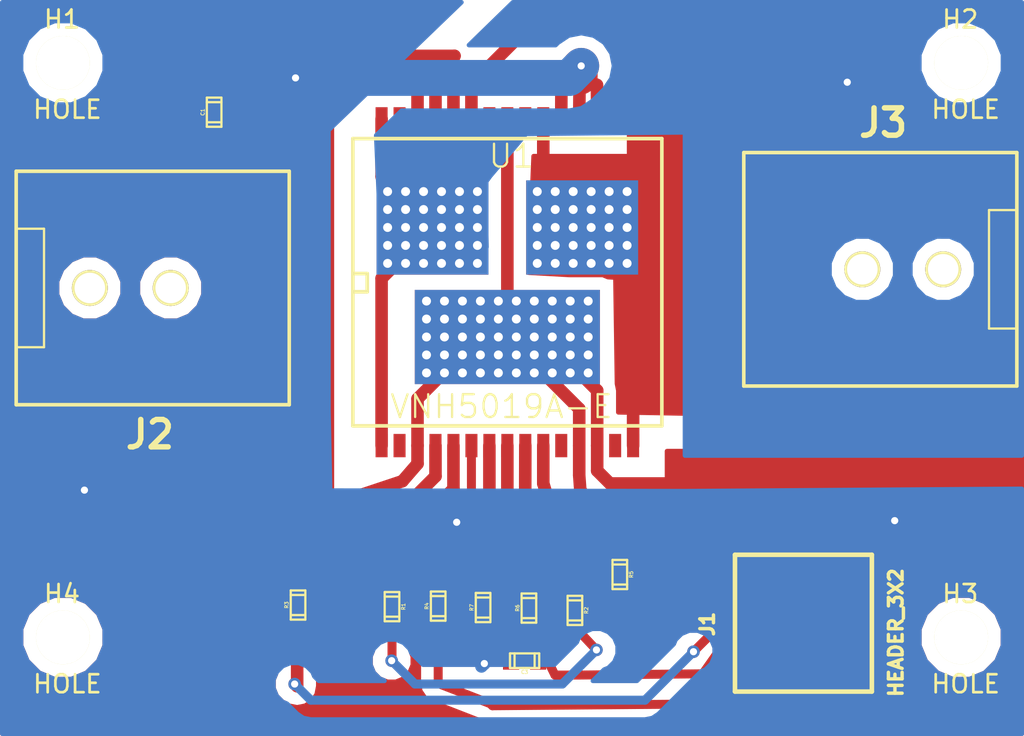
<source format=kicad_pcb>
(kicad_pcb (version 3) (host pcbnew "(2013-08-24 BZR 4298)-stable")

  (general
    (links 154)
    (no_connects 0)
    (area 0 0 0 0)
    (thickness 1.6)
    (drawings 2)
    (tracks 185)
    (zones 0)
    (modules 17)
    (nets 16)
  )

  (page A)
  (layers
    (15 F.Cu signal)
    (0 B.Cu signal)
    (16 B.Adhes user)
    (17 F.Adhes user)
    (18 B.Paste user)
    (19 F.Paste user)
    (20 B.SilkS user)
    (21 F.SilkS user)
    (22 B.Mask user)
    (23 F.Mask user)
    (24 Dwgs.User user)
    (25 Cmts.User user)
    (26 Eco1.User user)
    (27 Eco2.User user)
    (28 Edge.Cuts user)
  )

  (setup
    (last_trace_width 0.25)
    (user_trace_width 0.2)
    (user_trace_width 0.25)
    (user_trace_width 0.3)
    (user_trace_width 0.4)
    (user_trace_width 0.5)
    (user_trace_width 0.6)
    (user_trace_width 0.7)
    (user_trace_width 0.8)
    (user_trace_width 0.9)
    (user_trace_width 1)
    (user_trace_width 1.1)
    (user_trace_width 2)
    (trace_clearance 0.25)
    (zone_clearance 0.7)
    (zone_45_only no)
    (trace_min 0.1)
    (segment_width 0.2)
    (edge_width 0.1)
    (via_size 0.7)
    (via_drill 0.4)
    (via_min_size 0.7)
    (via_min_drill 0.4)
    (uvia_size 0.4)
    (uvia_drill 0.127)
    (uvias_allowed no)
    (uvia_min_size 0.4)
    (uvia_min_drill 0.127)
    (pcb_text_width 0.3)
    (pcb_text_size 1.5 1.5)
    (mod_edge_width 0.15)
    (mod_text_size 1 1)
    (mod_text_width 0.15)
    (pad_size 1.8 1.8)
    (pad_drill 1)
    (pad_to_mask_clearance 0)
    (aux_axis_origin 0 0)
    (visible_elements 7FFFFFFF)
    (pcbplotparams
      (layerselection 15761409)
      (usegerberextensions true)
      (excludeedgelayer true)
      (linewidth 0.150000)
      (plotframeref false)
      (viasonmask false)
      (mode 1)
      (useauxorigin false)
      (hpglpennumber 1)
      (hpglpenspeed 20)
      (hpglpendiameter 15)
      (hpglpenoverlay 2)
      (psnegative false)
      (psa4output false)
      (plotreference true)
      (plotvalue true)
      (plotothertext true)
      (plotinvisibletext false)
      (padsonsilk false)
      (subtractmaskfromsilk false)
      (outputformat 1)
      (mirror false)
      (drillshape 0)
      (scaleselection 1)
      (outputdirectory ""))
  )

  (net 0 "")
  (net 1 +2.8v)
  (net 2 CS)
  (net 3 GND)
  (net 4 IN_A)
  (net 5 IN_B)
  (net 6 Motor1OutA)
  (net 7 Motor1OutB)
  (net 8 N-0000010)
  (net 9 N-0000011)
  (net 10 N-0000016)
  (net 11 N-000006)
  (net 12 N-000007)
  (net 13 N-000008)
  (net 14 PWM)
  (net 15 Vin)

  (net_class Default "This is the default net class."
    (clearance 0.25)
    (trace_width 0.25)
    (via_dia 0.7)
    (via_drill 0.4)
    (uvia_dia 0.4)
    (uvia_drill 0.127)
    (add_net "")
    (add_net +2.8v)
    (add_net CS)
    (add_net GND)
    (add_net IN_A)
    (add_net IN_B)
    (add_net Motor1OutA)
    (add_net Motor1OutB)
    (add_net N-0000010)
    (add_net N-0000011)
    (add_net N-0000016)
    (add_net N-000006)
    (add_net N-000007)
    (add_net N-000008)
    (add_net PWM)
    (add_net Vin)
  )

  (module TED_Hole_3mm (layer F.Cu) (tedit 52802437) (tstamp 52D61DB1)
    (at 122 125)
    (path /52D61D15)
    (fp_text reference H4 (at -0.05 -2.425) (layer F.SilkS)
      (effects (font (size 1 1) (thickness 0.15)))
    )
    (fp_text value HOLE (at 0.25 2.6) (layer F.SilkS)
      (effects (font (size 1 1) (thickness 0.15)))
    )
    (pad "" np_thru_hole circle (at 0 0) (size 3 3) (drill 3)
      (layers *.Cu *.Mask F.SilkS)
    )
  )

  (module TED_Hole_3mm (layer F.Cu) (tedit 52802437) (tstamp 52D61DAC)
    (at 172 125)
    (path /52D61D1B)
    (fp_text reference H3 (at -0.05 -2.425) (layer F.SilkS)
      (effects (font (size 1 1) (thickness 0.15)))
    )
    (fp_text value HOLE (at 0.25 2.6) (layer F.SilkS)
      (effects (font (size 1 1) (thickness 0.15)))
    )
    (pad "" np_thru_hole circle (at 0 0) (size 3 3) (drill 3)
      (layers *.Cu *.Mask F.SilkS)
    )
  )

  (module TED_Hole_3mm (layer F.Cu) (tedit 52802437) (tstamp 52D61DA7)
    (at 172 93)
    (path /52D61D21)
    (fp_text reference H2 (at -0.05 -2.425) (layer F.SilkS)
      (effects (font (size 1 1) (thickness 0.15)))
    )
    (fp_text value HOLE (at 0.25 2.6) (layer F.SilkS)
      (effects (font (size 1 1) (thickness 0.15)))
    )
    (pad "" np_thru_hole circle (at 0 0) (size 3 3) (drill 3)
      (layers *.Cu *.Mask F.SilkS)
    )
  )

  (module TED_Hole_3mm (layer F.Cu) (tedit 52802437) (tstamp 52D61DA2)
    (at 122 93)
    (path /52D61D03)
    (fp_text reference H1 (at -0.05 -2.425) (layer F.SilkS)
      (effects (font (size 1 1) (thickness 0.15)))
    )
    (fp_text value HOLE (at 0.25 2.6) (layer F.SilkS)
      (effects (font (size 1 1) (thickness 0.15)))
    )
    (pad "" np_thru_hole circle (at 0 0) (size 3 3) (drill 3)
      (layers *.Cu *.Mask F.SilkS)
    )
  )

  (module TED_SM0603 (layer F.Cu) (tedit 527731CB) (tstamp 52D61CF1)
    (at 145.39 123.34 90)
    (descr "SMT capacitor, 0603")
    (path /5260A9FD)
    (fp_text reference R7 (at 0 -0.635 90) (layer F.SilkS)
      (effects (font (size 0.20066 0.20066) (thickness 0.04064)))
    )
    (fp_text value 1.5k (at 0 0.635 90) (layer F.SilkS) hide
      (effects (font (size 0.20066 0.20066) (thickness 0.04064)))
    )
    (fp_line (start 0.5588 0.4064) (end 0.5588 -0.4064) (layer F.SilkS) (width 0.127))
    (fp_line (start -0.5588 -0.381) (end -0.5588 0.4064) (layer F.SilkS) (width 0.127))
    (fp_line (start -0.8128 -0.4064) (end 0.8128 -0.4064) (layer F.SilkS) (width 0.127))
    (fp_line (start 0.8128 -0.4064) (end 0.8128 0.4064) (layer F.SilkS) (width 0.127))
    (fp_line (start 0.8128 0.4064) (end -0.8128 0.4064) (layer F.SilkS) (width 0.127))
    (fp_line (start -0.8128 0.4064) (end -0.8128 -0.4064) (layer F.SilkS) (width 0.127))
    (pad 2 smd rect (at 0.75184 0 90) (size 0.89916 1.00076)
      (layers F.Cu F.Paste F.Mask)
      (net 2 CS)
      (clearance 0.1)
    )
    (pad 1 smd rect (at -0.75184 0 90) (size 0.89916 1.00076)
      (layers F.Cu F.Paste F.Mask)
      (net 3 GND)
      (clearance 0.1)
    )
    (model smd/capacitors/c_0603.wrl
      (at (xyz 0 0 0))
      (scale (xyz 1 1 1))
      (rotate (xyz 0 0 0))
    )
  )

  (module TED_SM0603 (layer F.Cu) (tedit 527731CB) (tstamp 52D61CE6)
    (at 147.94 123.37 90)
    (descr "SMT capacitor, 0603")
    (path /5260A9F1)
    (fp_text reference R6 (at 0 -0.635 90) (layer F.SilkS)
      (effects (font (size 0.20066 0.20066) (thickness 0.04064)))
    )
    (fp_text value 10k (at 0 0.635 90) (layer F.SilkS) hide
      (effects (font (size 0.20066 0.20066) (thickness 0.04064)))
    )
    (fp_line (start 0.5588 0.4064) (end 0.5588 -0.4064) (layer F.SilkS) (width 0.127))
    (fp_line (start -0.5588 -0.381) (end -0.5588 0.4064) (layer F.SilkS) (width 0.127))
    (fp_line (start -0.8128 -0.4064) (end 0.8128 -0.4064) (layer F.SilkS) (width 0.127))
    (fp_line (start 0.8128 -0.4064) (end 0.8128 0.4064) (layer F.SilkS) (width 0.127))
    (fp_line (start 0.8128 0.4064) (end -0.8128 0.4064) (layer F.SilkS) (width 0.127))
    (fp_line (start -0.8128 0.4064) (end -0.8128 -0.4064) (layer F.SilkS) (width 0.127))
    (pad 2 smd rect (at 0.75184 0 90) (size 0.89916 1.00076)
      (layers F.Cu F.Paste F.Mask)
      (net 2 CS)
      (clearance 0.1)
    )
    (pad 1 smd rect (at -0.75184 0 90) (size 0.89916 1.00076)
      (layers F.Cu F.Paste F.Mask)
      (net 10 N-0000016)
      (clearance 0.1)
    )
    (model smd/capacitors/c_0603.wrl
      (at (xyz 0 0 0))
      (scale (xyz 1 1 1))
      (rotate (xyz 0 0 0))
    )
  )

  (module TED_SM0603 (layer F.Cu) (tedit 527731CB) (tstamp 52D61CDB)
    (at 153 121.5 270)
    (descr "SMT capacitor, 0603")
    (path /5260A77F)
    (fp_text reference R5 (at 0 -0.635 270) (layer F.SilkS)
      (effects (font (size 0.20066 0.20066) (thickness 0.04064)))
    )
    (fp_text value 1k (at 0 0.635 270) (layer F.SilkS) hide
      (effects (font (size 0.20066 0.20066) (thickness 0.04064)))
    )
    (fp_line (start 0.5588 0.4064) (end 0.5588 -0.4064) (layer F.SilkS) (width 0.127))
    (fp_line (start -0.5588 -0.381) (end -0.5588 0.4064) (layer F.SilkS) (width 0.127))
    (fp_line (start -0.8128 -0.4064) (end 0.8128 -0.4064) (layer F.SilkS) (width 0.127))
    (fp_line (start 0.8128 -0.4064) (end 0.8128 0.4064) (layer F.SilkS) (width 0.127))
    (fp_line (start 0.8128 0.4064) (end -0.8128 0.4064) (layer F.SilkS) (width 0.127))
    (fp_line (start -0.8128 0.4064) (end -0.8128 -0.4064) (layer F.SilkS) (width 0.127))
    (pad 2 smd rect (at 0.75184 0 270) (size 0.89916 1.00076)
      (layers F.Cu F.Paste F.Mask)
      (net 9 N-0000011)
      (clearance 0.1)
    )
    (pad 1 smd rect (at -0.75184 0 270) (size 0.89916 1.00076)
      (layers F.Cu F.Paste F.Mask)
      (net 5 IN_B)
      (clearance 0.1)
    )
    (model smd/capacitors/c_0603.wrl
      (at (xyz 0 0 0))
      (scale (xyz 1 1 1))
      (rotate (xyz 0 0 0))
    )
  )

  (module TED_SM0603 (layer F.Cu) (tedit 527731CB) (tstamp 52D61CD0)
    (at 142.89 123.26 90)
    (descr "SMT capacitor, 0603")
    (path /5260A785)
    (fp_text reference R4 (at 0 -0.635 90) (layer F.SilkS)
      (effects (font (size 0.20066 0.20066) (thickness 0.04064)))
    )
    (fp_text value 1k (at 0 0.635 90) (layer F.SilkS) hide
      (effects (font (size 0.20066 0.20066) (thickness 0.04064)))
    )
    (fp_line (start 0.5588 0.4064) (end 0.5588 -0.4064) (layer F.SilkS) (width 0.127))
    (fp_line (start -0.5588 -0.381) (end -0.5588 0.4064) (layer F.SilkS) (width 0.127))
    (fp_line (start -0.8128 -0.4064) (end 0.8128 -0.4064) (layer F.SilkS) (width 0.127))
    (fp_line (start 0.8128 -0.4064) (end 0.8128 0.4064) (layer F.SilkS) (width 0.127))
    (fp_line (start 0.8128 0.4064) (end -0.8128 0.4064) (layer F.SilkS) (width 0.127))
    (fp_line (start -0.8128 0.4064) (end -0.8128 -0.4064) (layer F.SilkS) (width 0.127))
    (pad 2 smd rect (at 0.75184 0 90) (size 0.89916 1.00076)
      (layers F.Cu F.Paste F.Mask)
      (net 14 PWM)
      (clearance 0.1)
    )
    (pad 1 smd rect (at -0.75184 0 90) (size 0.89916 1.00076)
      (layers F.Cu F.Paste F.Mask)
      (net 11 N-000006)
      (clearance 0.1)
    )
    (model smd/capacitors/c_0603.wrl
      (at (xyz 0 0 0))
      (scale (xyz 1 1 1))
      (rotate (xyz 0 0 0))
    )
  )

  (module TED_SM0603 (layer F.Cu) (tedit 527731CB) (tstamp 52D61CC5)
    (at 135.09 123.2 90)
    (descr "SMT capacitor, 0603")
    (path /5260A766)
    (fp_text reference R3 (at 0 -0.635 90) (layer F.SilkS)
      (effects (font (size 0.20066 0.20066) (thickness 0.04064)))
    )
    (fp_text value 1k (at 0 0.635 90) (layer F.SilkS) hide
      (effects (font (size 0.20066 0.20066) (thickness 0.04064)))
    )
    (fp_line (start 0.5588 0.4064) (end 0.5588 -0.4064) (layer F.SilkS) (width 0.127))
    (fp_line (start -0.5588 -0.381) (end -0.5588 0.4064) (layer F.SilkS) (width 0.127))
    (fp_line (start -0.8128 -0.4064) (end 0.8128 -0.4064) (layer F.SilkS) (width 0.127))
    (fp_line (start 0.8128 -0.4064) (end 0.8128 0.4064) (layer F.SilkS) (width 0.127))
    (fp_line (start 0.8128 0.4064) (end -0.8128 0.4064) (layer F.SilkS) (width 0.127))
    (fp_line (start -0.8128 0.4064) (end -0.8128 -0.4064) (layer F.SilkS) (width 0.127))
    (pad 2 smd rect (at 0.75184 0 90) (size 0.89916 1.00076)
      (layers F.Cu F.Paste F.Mask)
      (net 4 IN_A)
      (clearance 0.1)
    )
    (pad 1 smd rect (at -0.75184 0 90) (size 0.89916 1.00076)
      (layers F.Cu F.Paste F.Mask)
      (net 8 N-0000010)
      (clearance 0.1)
    )
    (model smd/capacitors/c_0603.wrl
      (at (xyz 0 0 0))
      (scale (xyz 1 1 1))
      (rotate (xyz 0 0 0))
    )
  )

  (module TED_SM0603 (layer F.Cu) (tedit 527731CB) (tstamp 52D61CBA)
    (at 150.5 123.5 270)
    (descr "SMT capacitor, 0603")
    (path /5260A8B1)
    (fp_text reference R2 (at 0 -0.635 270) (layer F.SilkS)
      (effects (font (size 0.20066 0.20066) (thickness 0.04064)))
    )
    (fp_text value 3.3k (at 0 0.635 270) (layer F.SilkS) hide
      (effects (font (size 0.20066 0.20066) (thickness 0.04064)))
    )
    (fp_line (start 0.5588 0.4064) (end 0.5588 -0.4064) (layer F.SilkS) (width 0.127))
    (fp_line (start -0.5588 -0.381) (end -0.5588 0.4064) (layer F.SilkS) (width 0.127))
    (fp_line (start -0.8128 -0.4064) (end 0.8128 -0.4064) (layer F.SilkS) (width 0.127))
    (fp_line (start 0.8128 -0.4064) (end 0.8128 0.4064) (layer F.SilkS) (width 0.127))
    (fp_line (start 0.8128 0.4064) (end -0.8128 0.4064) (layer F.SilkS) (width 0.127))
    (fp_line (start -0.8128 0.4064) (end -0.8128 -0.4064) (layer F.SilkS) (width 0.127))
    (pad 2 smd rect (at 0.75184 0 270) (size 0.89916 1.00076)
      (layers F.Cu F.Paste F.Mask)
      (net 1 +2.8v)
      (clearance 0.1)
    )
    (pad 1 smd rect (at -0.75184 0 270) (size 0.89916 1.00076)
      (layers F.Cu F.Paste F.Mask)
      (net 12 N-000007)
      (clearance 0.1)
    )
    (model smd/capacitors/c_0603.wrl
      (at (xyz 0 0 0))
      (scale (xyz 1 1 1))
      (rotate (xyz 0 0 0))
    )
  )

  (module TED_SM0603 (layer F.Cu) (tedit 527731CB) (tstamp 52D61CAF)
    (at 140.32 123.29 270)
    (descr "SMT capacitor, 0603")
    (path /5260A836)
    (fp_text reference R1 (at 0 -0.635 270) (layer F.SilkS)
      (effects (font (size 0.20066 0.20066) (thickness 0.04064)))
    )
    (fp_text value 3.3k (at 0 0.635 270) (layer F.SilkS) hide
      (effects (font (size 0.20066 0.20066) (thickness 0.04064)))
    )
    (fp_line (start 0.5588 0.4064) (end 0.5588 -0.4064) (layer F.SilkS) (width 0.127))
    (fp_line (start -0.5588 -0.381) (end -0.5588 0.4064) (layer F.SilkS) (width 0.127))
    (fp_line (start -0.8128 -0.4064) (end 0.8128 -0.4064) (layer F.SilkS) (width 0.127))
    (fp_line (start 0.8128 -0.4064) (end 0.8128 0.4064) (layer F.SilkS) (width 0.127))
    (fp_line (start 0.8128 0.4064) (end -0.8128 0.4064) (layer F.SilkS) (width 0.127))
    (fp_line (start -0.8128 0.4064) (end -0.8128 -0.4064) (layer F.SilkS) (width 0.127))
    (pad 2 smd rect (at 0.75184 0 270) (size 0.89916 1.00076)
      (layers F.Cu F.Paste F.Mask)
      (net 1 +2.8v)
      (clearance 0.1)
    )
    (pad 1 smd rect (at -0.75184 0 270) (size 0.89916 1.00076)
      (layers F.Cu F.Paste F.Mask)
      (net 13 N-000008)
      (clearance 0.1)
    )
    (model smd/capacitors/c_0603.wrl
      (at (xyz 0 0 0))
      (scale (xyz 1 1 1))
      (rotate (xyz 0 0 0))
    )
  )

  (module TED_SM0603 (layer F.Cu) (tedit 527731CB) (tstamp 52D61CA4)
    (at 147.7 126.3 180)
    (descr "SMT capacitor, 0603")
    (path /5260AA63)
    (fp_text reference C3 (at 0 -0.635 180) (layer F.SilkS)
      (effects (font (size 0.20066 0.20066) (thickness 0.04064)))
    )
    (fp_text value 33nF (at 0 0.635 180) (layer F.SilkS) hide
      (effects (font (size 0.20066 0.20066) (thickness 0.04064)))
    )
    (fp_line (start 0.5588 0.4064) (end 0.5588 -0.4064) (layer F.SilkS) (width 0.127))
    (fp_line (start -0.5588 -0.381) (end -0.5588 0.4064) (layer F.SilkS) (width 0.127))
    (fp_line (start -0.8128 -0.4064) (end 0.8128 -0.4064) (layer F.SilkS) (width 0.127))
    (fp_line (start 0.8128 -0.4064) (end 0.8128 0.4064) (layer F.SilkS) (width 0.127))
    (fp_line (start 0.8128 0.4064) (end -0.8128 0.4064) (layer F.SilkS) (width 0.127))
    (fp_line (start -0.8128 0.4064) (end -0.8128 -0.4064) (layer F.SilkS) (width 0.127))
    (pad 2 smd rect (at 0.75184 0 180) (size 0.89916 1.00076)
      (layers F.Cu F.Paste F.Mask)
      (net 3 GND)
      (clearance 0.1)
    )
    (pad 1 smd rect (at -0.75184 0 180) (size 0.89916 1.00076)
      (layers F.Cu F.Paste F.Mask)
      (net 10 N-0000016)
      (clearance 0.1)
    )
    (model smd/capacitors/c_0603.wrl
      (at (xyz 0 0 0))
      (scale (xyz 1 1 1))
      (rotate (xyz 0 0 0))
    )
  )

  (module TED_SM0603 (layer F.Cu) (tedit 527731CB) (tstamp 52D61C99)
    (at 130.42 95.75 90)
    (descr "SMT capacitor, 0603")
    (path /5260B0D0)
    (fp_text reference C1 (at 0 -0.635 90) (layer F.SilkS)
      (effects (font (size 0.20066 0.20066) (thickness 0.04064)))
    )
    (fp_text value ".1uF (50v)" (at 0 0.635 90) (layer F.SilkS) hide
      (effects (font (size 0.20066 0.20066) (thickness 0.04064)))
    )
    (fp_line (start 0.5588 0.4064) (end 0.5588 -0.4064) (layer F.SilkS) (width 0.127))
    (fp_line (start -0.5588 -0.381) (end -0.5588 0.4064) (layer F.SilkS) (width 0.127))
    (fp_line (start -0.8128 -0.4064) (end 0.8128 -0.4064) (layer F.SilkS) (width 0.127))
    (fp_line (start 0.8128 -0.4064) (end 0.8128 0.4064) (layer F.SilkS) (width 0.127))
    (fp_line (start 0.8128 0.4064) (end -0.8128 0.4064) (layer F.SilkS) (width 0.127))
    (fp_line (start -0.8128 0.4064) (end -0.8128 -0.4064) (layer F.SilkS) (width 0.127))
    (pad 2 smd rect (at 0.75184 0 90) (size 0.89916 1.00076)
      (layers F.Cu F.Paste F.Mask)
      (net 3 GND)
      (clearance 0.1)
    )
    (pad 1 smd rect (at -0.75184 0 90) (size 0.89916 1.00076)
      (layers F.Cu F.Paste F.Mask)
      (net 15 Vin)
      (clearance 0.1)
    )
    (model smd/capacitors/c_0603.wrl
      (at (xyz 0 0 0))
      (scale (xyz 1 1 1))
      (rotate (xyz 0 0 0))
    )
  )

  (module TED_DC_2.1mm_SMT (layer F.Cu) (tedit 52880F9F) (tstamp 52D617C3)
    (at 167.5 104.5)
    (path /52D6165C)
    (fp_text reference J3 (at 0.15748 -8.15848) (layer F.SilkS)
      (effects (font (thickness 0.3048)))
    )
    (fp_text value DC_2.1MM (at 0.1016 8.49884) (layer F.SilkS) hide
      (effects (font (thickness 0.3048)))
    )
    (fp_line (start 7.6 -3.3) (end 6.05 -3.3) (layer F.SilkS) (width 0.127))
    (fp_line (start 6.05 -3.3) (end 6.05 3.3) (layer F.SilkS) (width 0.127))
    (fp_line (start 6.05 3.3) (end 7.575 3.3) (layer F.SilkS) (width 0.127))
    (fp_line (start -7.59968 -6.5024) (end 7.59968 -6.5024) (layer F.SilkS) (width 0.20066))
    (fp_line (start 7.59968 -6.5024) (end 7.59968 6.5024) (layer F.SilkS) (width 0.20066))
    (fp_line (start 7.59968 6.5024) (end -7.59968 6.5024) (layer F.SilkS) (width 0.20066))
    (fp_line (start -7.59968 6.5024) (end -7.59968 -6.5024) (layer F.SilkS) (width 0.20066))
    (pad "" np_thru_hole circle (at -1.00076 0) (size 1.99898 1.99898) (drill 1.69926)
      (layers *.Cu *.Mask F.SilkS)
    )
    (pad 1 smd rect (at 3.50012 5.4102) (size 1.99898 1.99898)
      (layers F.Cu F.Paste F.Mask)
      (net 7 Motor1OutB)
    )
    (pad 1 smd rect (at -2.60096 5.4102) (size 1.99898 1.99898)
      (layers F.Cu F.Paste F.Mask)
      (net 7 Motor1OutB)
    )
    (pad 2 smd rect (at 3.50012 -5.41528) (size 1.99898 1.99898)
      (layers F.Cu F.Paste F.Mask)
      (net 6 Motor1OutA)
    )
    (pad 3 smd rect (at -2.60096 -5.41528) (size 1.99898 1.99898)
      (layers F.Cu F.Paste F.Mask)
    )
    (pad "" np_thru_hole circle (at 3.50012 0) (size 1.99898 1.99898) (drill 1.69926)
      (layers *.Cu *.Mask F.SilkS)
    )
  )

  (module TED_HEADER_3x2_SMT (layer F.Cu) (tedit 52D47E00) (tstamp 52D617B6)
    (at 163.22 124.21 270)
    (path /52D6167D)
    (fp_text reference J1 (at 0.05 5.35 270) (layer F.SilkS)
      (effects (font (size 0.762 0.762) (thickness 0.1905)))
    )
    (fp_text value HEADER_3X2 (at 0.525 -5.15 270) (layer F.SilkS)
      (effects (font (size 0.762 0.762) (thickness 0.1905)))
    )
    (fp_line (start 3.81 -3.81) (end -3.81 -3.81) (layer F.SilkS) (width 0.254))
    (fp_line (start 3.81 -3.81) (end 3.81 3.81) (layer F.SilkS) (width 0.254))
    (fp_line (start 3.81 3.81) (end -3.81 3.81) (layer F.SilkS) (width 0.254))
    (fp_line (start -3.81 3.81) (end -3.81 -3.81) (layer F.SilkS) (width 0.254))
    (pad 1 smd rect (at -2.54 2.54 270) (size 0.9906 2.54)
      (layers F.Cu F.Paste F.Mask)
      (net 1 +2.8v)
      (clearance 0.508)
    )
    (pad 2 smd rect (at 0 2.54 270) (size 0.9906 2.54)
      (layers F.Cu F.Paste F.Mask)
      (net 8 N-0000010)
      (clearance 0.508)
    )
    (pad 3 smd rect (at 2.54 2.54 270) (size 0.9906 2.54)
      (layers F.Cu F.Paste F.Mask)
      (net 11 N-000006)
      (clearance 0.508)
    )
    (pad 4 smd rect (at 2.54 -2.54 270) (size 0.9906 2.54)
      (layers F.Cu F.Paste F.Mask)
      (net 10 N-0000016)
      (clearance 0.508)
    )
    (pad 5 smd rect (at 0 -2.54 270) (size 0.9906 2.54)
      (layers F.Cu F.Paste F.Mask)
      (net 9 N-0000011)
      (clearance 0.508)
    )
    (pad 6 smd rect (at -2.54 -2.54 270) (size 0.9906 2.54)
      (layers F.Cu F.Paste F.Mask)
      (net 3 GND)
      (clearance 0.508)
    )
  )

  (module TED_DC_2.1mm_SMT (layer F.Cu) (tedit 52880F9F) (tstamp 529F5C02)
    (at 127 105.54 180)
    (path /52503907)
    (fp_text reference J2 (at 0.15748 -8.15848 180) (layer F.SilkS)
      (effects (font (thickness 0.3048)))
    )
    (fp_text value DC_2.1MM (at 0.1016 8.49884 180) (layer F.SilkS) hide
      (effects (font (thickness 0.3048)))
    )
    (fp_line (start 7.6 -3.3) (end 6.05 -3.3) (layer F.SilkS) (width 0.127))
    (fp_line (start 6.05 -3.3) (end 6.05 3.3) (layer F.SilkS) (width 0.127))
    (fp_line (start 6.05 3.3) (end 7.575 3.3) (layer F.SilkS) (width 0.127))
    (fp_line (start -7.59968 -6.5024) (end 7.59968 -6.5024) (layer F.SilkS) (width 0.20066))
    (fp_line (start 7.59968 -6.5024) (end 7.59968 6.5024) (layer F.SilkS) (width 0.20066))
    (fp_line (start 7.59968 6.5024) (end -7.59968 6.5024) (layer F.SilkS) (width 0.20066))
    (fp_line (start -7.59968 6.5024) (end -7.59968 -6.5024) (layer F.SilkS) (width 0.20066))
    (pad "" np_thru_hole circle (at -1.00076 0 180) (size 1.99898 1.99898) (drill 1.69926)
      (layers *.Cu *.Mask F.SilkS)
    )
    (pad 1 smd rect (at 3.50012 5.4102 180) (size 1.99898 1.99898)
      (layers F.Cu F.Paste F.Mask)
      (net 15 Vin)
    )
    (pad 1 smd rect (at -2.60096 5.4102 180) (size 1.99898 1.99898)
      (layers F.Cu F.Paste F.Mask)
      (net 15 Vin)
    )
    (pad 2 smd rect (at 3.50012 -5.41528 180) (size 1.99898 1.99898)
      (layers F.Cu F.Paste F.Mask)
      (net 3 GND)
    )
    (pad 3 smd rect (at -2.60096 -5.41528 180) (size 1.99898 1.99898)
      (layers F.Cu F.Paste F.Mask)
    )
    (pad "" np_thru_hole circle (at 3.50012 0 180) (size 1.99898 1.99898) (drill 1.69926)
      (layers *.Cu *.Mask F.SilkS)
    )
  )

  (module TED_MultiPowerSO-30 (layer F.Cu) (tedit 52730D14) (tstamp 5270836C)
    (at 146.74 105.22)
    (descr "Module CMS SOJ 16 pins tres large")
    (tags "CMS SOJ")
    (path /525F77E9)
    (attr smd)
    (fp_text reference U1 (at 0.225 -7.025) (layer F.SilkS)
      (effects (font (size 1.27 1.27) (thickness 0.127)))
    )
    (fp_text value VNH5019A-E (at -0.325 6.925) (layer F.SilkS)
      (effects (font (size 1.27 1.27) (thickness 0.127)))
    )
    (fp_line (start -8.6 8) (end -8.6 -8) (layer F.SilkS) (width 0.2032))
    (fp_line (start 8.6 -8) (end 8.6 8) (layer F.SilkS) (width 0.2032))
    (fp_line (start -8.6 -8) (end 8.6 -8) (layer F.SilkS) (width 0.2032))
    (fp_line (start 8.6 8) (end -8.6 8) (layer F.SilkS) (width 0.2032))
    (fp_line (start -8.561 -0.483) (end -7.799 -0.483) (layer F.SilkS) (width 0.2032))
    (fp_line (start -7.799 -0.483) (end -7.799 0.533) (layer F.SilkS) (width 0.2032))
    (fp_line (start -7.799 0.533) (end -8.561 0.533) (layer F.SilkS) (width 0.2032))
    (pad 22 smd rect (at 1 -9.1) (size 0.67 1.3)
      (layers F.Cu F.Paste F.Mask)
    )
    (pad 21 smd rect (at 2 -9.1) (size 0.67 1.3)
      (layers F.Cu F.Paste F.Mask)
      (net 7 Motor1OutB)
    )
    (pad 20 smd rect (at 3 -9.1) (size 0.67 1.3)
      (layers F.Cu F.Paste F.Mask)
      (net 3 GND)
    )
    (pad 19 smd rect (at 4 -9.1) (size 0.67 1.3)
      (layers F.Cu F.Paste F.Mask)
      (net 3 GND)
    )
    (pad 18 smd rect (at 5 -9.1) (size 0.67 1.3)
      (layers F.Cu F.Paste F.Mask)
      (net 3 GND)
    )
    (pad 17 smd rect (at 6 -9.1) (size 0.67 1.3)
      (layers F.Cu F.Paste F.Mask)
    )
    (pad 16 smd rect (at 7 -9.1) (size 0.67 1.3)
      (layers F.Cu F.Paste F.Mask)
      (net 7 Motor1OutB)
      (zone_connect 2)
    )
    (pad 15 smd rect (at 7 9.1) (size 0.67 1.3)
      (layers F.Cu F.Paste F.Mask)
      (net 7 Motor1OutB)
    )
    (pad 14 smd rect (at 6 9.1) (size 0.67 1.3)
      (layers F.Cu F.Paste F.Mask)
    )
    (pad 13 smd rect (at 5 9.1) (size 0.67 1.3)
      (layers F.Cu F.Paste F.Mask)
      (net 15 Vin)
    )
    (pad 12 smd rect (at 4 9.1) (size 0.67 1.3)
      (layers F.Cu F.Paste F.Mask)
      (net 15 Vin)
    )
    (pad 11 smd rect (at 3 9.1) (size 0.67 1.3)
      (layers F.Cu F.Paste F.Mask)
    )
    (pad 10 smd rect (at 2 9.1) (size 0.67 1.3)
      (layers F.Cu F.Paste F.Mask)
      (net 5 IN_B)
    )
    (pad 9 smd rect (at 1 9.1) (size 0.67 1.3)
      (layers F.Cu F.Paste F.Mask)
      (net 12 N-000007)
    )
    (pad 1 smd rect (at -7 9.1) (size 0.67 1.3)
      (layers F.Cu F.Paste F.Mask)
      (net 6 Motor1OutA)
    )
    (pad 2 smd rect (at -6 9.1) (size 0.67 1.3)
      (layers F.Cu F.Paste F.Mask)
    )
    (pad 3 smd rect (at -5 9.1) (size 0.67 1.3)
      (layers F.Cu F.Paste F.Mask)
      (net 15 Vin)
    )
    (pad 4 smd rect (at -4 9.1) (size 0.67 1.3)
      (layers F.Cu F.Paste F.Mask)
      (net 4 IN_A)
    )
    (pad 5 smd rect (at -3 9.1) (size 0.67 1.3)
      (layers F.Cu F.Paste F.Mask)
      (net 13 N-000008)
    )
    (pad 6 smd rect (at -2 9.1) (size 0.67 1.3)
      (layers F.Cu F.Paste F.Mask)
      (net 3 GND)
    )
    (pad 7 smd rect (at -1 9.1) (size 0.67 1.3)
      (layers F.Cu F.Paste F.Mask)
      (net 14 PWM)
    )
    (pad 8 smd rect (at 0 9.1) (size 0.67 1.3)
      (layers F.Cu F.Paste F.Mask)
      (net 2 CS)
    )
    (pad 23 smd rect (at 0 -9.1) (size 0.67 1.3)
      (layers F.Cu F.Paste F.Mask)
      (net 15 Vin)
    )
    (pad 24 smd rect (at -1 -9.1) (size 0.67 1.3)
      (layers F.Cu F.Paste F.Mask)
    )
    (pad 25 smd rect (at -2 -9.1) (size 0.67 1.3)
      (layers F.Cu F.Paste F.Mask)
      (net 6 Motor1OutA)
    )
    (pad 26 smd rect (at -3 -9.1) (size 0.67 1.3)
      (layers F.Cu F.Paste F.Mask)
      (net 3 GND)
    )
    (pad 27 smd rect (at -4 -9.1) (size 0.67 1.3)
      (layers F.Cu F.Paste F.Mask)
      (net 3 GND)
    )
    (pad 28 smd rect (at -5 -9.1) (size 0.67 1.3)
      (layers F.Cu F.Paste F.Mask)
      (net 3 GND)
    )
    (pad 29 smd rect (at -6 -9.1) (size 0.67 1.3)
      (layers F.Cu F.Paste F.Mask)
    )
    (pad 30 smd rect (at -7 -9.1) (size 0.67 1.3)
      (layers F.Cu F.Paste F.Mask)
      (net 6 Motor1OutA)
    )
    (pad 33 smd rect (at -4.165 -3.05) (size 6.23 5.25)
      (layers F.Cu F.Paste F.Mask)
      (net 6 Motor1OutA)
      (zone_connect 2)
    )
    (pad 32 smd rect (at 4.165 -3.05) (size 6.23 5.25)
      (layers F.Cu F.Paste F.Mask)
      (net 7 Motor1OutB)
      (zone_connect 2)
    )
    (pad 31 smd rect (at 0 3.05) (size 10.3 5.25)
      (layers F.Cu F.Paste F.Mask)
      (net 15 Vin)
      (zone_connect 2)
    )
    (pad 33 thru_hole circle (at -6.665 -5.05) (size 0.5 0.5) (drill 0.5)
      (layers *.Cu)
      (net 6 Motor1OutA)
      (zone_connect 2)
    )
    (pad 33 thru_hole circle (at -5.665 -5.05) (size 0.5 0.5) (drill 0.5)
      (layers *.Cu)
      (net 6 Motor1OutA)
      (zone_connect 2)
    )
    (pad 33 thru_hole circle (at -4.665 -5.05) (size 0.5 0.5) (drill 0.5)
      (layers *.Cu)
      (net 6 Motor1OutA)
      (zone_connect 2)
    )
    (pad 33 thru_hole circle (at -3.665 -5.05) (size 0.5 0.5) (drill 0.5)
      (layers *.Cu)
      (net 6 Motor1OutA)
      (zone_connect 2)
    )
    (pad 33 thru_hole circle (at -2.665 -5.05) (size 0.5 0.5) (drill 0.5)
      (layers *.Cu)
      (net 6 Motor1OutA)
      (zone_connect 2)
    )
    (pad 33 thru_hole circle (at -1.665 -5.05) (size 0.5 0.5) (drill 0.5)
      (layers *.Cu)
      (net 6 Motor1OutA)
      (zone_connect 2)
    )
    (pad 32 thru_hole circle (at 6.665 -5.05) (size 0.5 0.5) (drill 0.5)
      (layers *.Cu)
      (net 7 Motor1OutB)
      (zone_connect 2)
    )
    (pad 32 thru_hole circle (at 5.665 -5.05) (size 0.5 0.5) (drill 0.5)
      (layers *.Cu)
      (net 7 Motor1OutB)
      (zone_connect 2)
    )
    (pad 32 thru_hole circle (at 4.665 -5.05) (size 0.5 0.5) (drill 0.5)
      (layers *.Cu)
      (net 7 Motor1OutB)
      (zone_connect 2)
    )
    (pad 32 thru_hole circle (at 3.665 -5.05) (size 0.5 0.5) (drill 0.5)
      (layers *.Cu)
      (net 7 Motor1OutB)
      (zone_connect 2)
    )
    (pad 32 thru_hole circle (at 2.665 -5.05) (size 0.5 0.5) (drill 0.5)
      (layers *.Cu)
      (net 7 Motor1OutB)
      (zone_connect 2)
    )
    (pad 32 thru_hole circle (at 1.665 -5.05) (size 0.5 0.5) (drill 0.5)
      (layers *.Cu)
      (net 7 Motor1OutB)
      (zone_connect 2)
    )
    (pad 32 thru_hole circle (at 6.665 -4.05) (size 0.5 0.5) (drill 0.5)
      (layers *.Cu)
      (net 7 Motor1OutB)
      (zone_connect 2)
    )
    (pad 32 thru_hole circle (at 5.665 -4.05) (size 0.5 0.5) (drill 0.5)
      (layers *.Cu)
      (net 7 Motor1OutB)
      (zone_connect 2)
    )
    (pad 32 thru_hole circle (at 4.665 -4.05) (size 0.5 0.5) (drill 0.5)
      (layers *.Cu)
      (net 7 Motor1OutB)
      (zone_connect 2)
    )
    (pad 32 thru_hole circle (at 3.665 -4.05) (size 0.5 0.5) (drill 0.5)
      (layers *.Cu)
      (net 7 Motor1OutB)
      (zone_connect 2)
    )
    (pad 32 thru_hole circle (at 2.665 -4.05) (size 0.5 0.5) (drill 0.5)
      (layers *.Cu)
      (net 7 Motor1OutB)
      (zone_connect 2)
    )
    (pad 32 thru_hole circle (at 1.665 -4.05) (size 0.5 0.5) (drill 0.5)
      (layers *.Cu)
      (net 7 Motor1OutB)
      (zone_connect 2)
    )
    (pad 33 thru_hole circle (at -1.665 -4.05) (size 0.5 0.5) (drill 0.5)
      (layers *.Cu)
      (net 6 Motor1OutA)
      (zone_connect 2)
    )
    (pad 33 thru_hole circle (at -2.665 -4.05) (size 0.5 0.5) (drill 0.5)
      (layers *.Cu)
      (net 6 Motor1OutA)
      (zone_connect 2)
    )
    (pad 33 thru_hole circle (at -3.665 -4.05) (size 0.5 0.5) (drill 0.5)
      (layers *.Cu)
      (net 6 Motor1OutA)
      (zone_connect 2)
    )
    (pad 33 thru_hole circle (at -4.665 -4.05) (size 0.5 0.5) (drill 0.5)
      (layers *.Cu)
      (net 6 Motor1OutA)
      (zone_connect 2)
    )
    (pad 33 thru_hole circle (at -5.665 -4.05) (size 0.5 0.5) (drill 0.5)
      (layers *.Cu)
      (net 6 Motor1OutA)
      (zone_connect 2)
    )
    (pad 33 thru_hole circle (at -6.665 -4.05) (size 0.5 0.5) (drill 0.5)
      (layers *.Cu)
      (net 6 Motor1OutA)
      (zone_connect 2)
    )
    (pad 32 thru_hole circle (at 1.665 -3.05) (size 0.5 0.5) (drill 0.5)
      (layers *.Cu)
      (net 7 Motor1OutB)
      (zone_connect 2)
    )
    (pad 32 thru_hole circle (at 2.665 -3.05) (size 0.5 0.5) (drill 0.5)
      (layers *.Cu)
      (net 7 Motor1OutB)
      (zone_connect 2)
    )
    (pad 32 thru_hole circle (at 3.665 -3.05) (size 0.5 0.5) (drill 0.5)
      (layers *.Cu)
      (net 7 Motor1OutB)
      (zone_connect 2)
    )
    (pad 32 thru_hole circle (at 4.665 -3.05) (size 0.5 0.5) (drill 0.5)
      (layers *.Cu)
      (net 7 Motor1OutB)
      (zone_connect 2)
    )
    (pad 32 thru_hole circle (at 5.665 -3.05) (size 0.5 0.5) (drill 0.5)
      (layers *.Cu)
      (net 7 Motor1OutB)
      (zone_connect 2)
    )
    (pad 32 thru_hole circle (at 6.665 -3.05) (size 0.5 0.5) (drill 0.5)
      (layers *.Cu)
      (net 7 Motor1OutB)
      (zone_connect 2)
    )
    (pad 33 thru_hole circle (at -1.665 -3.05) (size 0.5 0.5) (drill 0.5)
      (layers *.Cu)
      (net 6 Motor1OutA)
      (zone_connect 2)
    )
    (pad 33 thru_hole circle (at -2.665 -3.05) (size 0.5 0.5) (drill 0.5)
      (layers *.Cu)
      (net 6 Motor1OutA)
      (zone_connect 2)
    )
    (pad 33 thru_hole circle (at -3.665 -3.05) (size 0.5 0.5) (drill 0.5)
      (layers *.Cu)
      (net 6 Motor1OutA)
      (zone_connect 2)
    )
    (pad 33 thru_hole circle (at -4.665 -3.05) (size 0.5 0.5) (drill 0.5)
      (layers *.Cu)
      (net 6 Motor1OutA)
      (zone_connect 2)
    )
    (pad 33 thru_hole circle (at -5.665 -3.05) (size 0.5 0.5) (drill 0.5)
      (layers *.Cu)
      (net 6 Motor1OutA)
      (zone_connect 2)
    )
    (pad 33 thru_hole circle (at -6.665 -3.05) (size 0.5 0.5) (drill 0.5)
      (layers *.Cu)
      (net 6 Motor1OutA)
      (zone_connect 2)
    )
    (pad 33 thru_hole circle (at -6.665 -2.05) (size 0.5 0.5) (drill 0.5)
      (layers *.Cu)
      (net 6 Motor1OutA)
      (zone_connect 2)
    )
    (pad 33 thru_hole circle (at -5.665 -2.05) (size 0.5 0.5) (drill 0.5)
      (layers *.Cu)
      (net 6 Motor1OutA)
      (zone_connect 2)
    )
    (pad 33 thru_hole circle (at -4.665 -2.05) (size 0.5 0.5) (drill 0.5)
      (layers *.Cu)
      (net 6 Motor1OutA)
      (zone_connect 2)
    )
    (pad 33 thru_hole circle (at -3.665 -2.05) (size 0.5 0.5) (drill 0.5)
      (layers *.Cu)
      (net 6 Motor1OutA)
      (zone_connect 2)
    )
    (pad 33 thru_hole circle (at -2.665 -2.05) (size 0.5 0.5) (drill 0.5)
      (layers *.Cu)
      (net 6 Motor1OutA)
      (zone_connect 2)
    )
    (pad 33 thru_hole circle (at -1.665 -2.05) (size 0.5 0.5) (drill 0.5)
      (layers *.Cu)
      (net 6 Motor1OutA)
      (zone_connect 2)
    )
    (pad 32 thru_hole circle (at 1.665 -2.05) (size 0.5 0.5) (drill 0.5)
      (layers *.Cu)
      (net 7 Motor1OutB)
      (zone_connect 2)
    )
    (pad 32 thru_hole circle (at 2.665 -2.05) (size 0.5 0.5) (drill 0.5)
      (layers *.Cu)
      (net 7 Motor1OutB)
      (zone_connect 2)
    )
    (pad 32 thru_hole circle (at 3.665 -2.05) (size 0.5 0.5) (drill 0.5)
      (layers *.Cu)
      (net 7 Motor1OutB)
      (zone_connect 2)
    )
    (pad 32 thru_hole circle (at 4.665 -2.05) (size 0.5 0.5) (drill 0.5)
      (layers *.Cu)
      (net 7 Motor1OutB)
      (zone_connect 2)
    )
    (pad 32 thru_hole circle (at 5.665 -2.05) (size 0.5 0.5) (drill 0.5)
      (layers *.Cu)
      (net 7 Motor1OutB)
      (zone_connect 2)
    )
    (pad 32 thru_hole circle (at 6.665 -2.05) (size 0.5 0.5) (drill 0.5)
      (layers *.Cu)
      (net 7 Motor1OutB)
      (zone_connect 2)
    )
    (pad 33 thru_hole circle (at -6.665 -1.05) (size 0.5 0.5) (drill 0.5)
      (layers *.Cu)
      (net 6 Motor1OutA)
      (zone_connect 2)
    )
    (pad 33 thru_hole circle (at -5.665 -1.05) (size 0.5 0.5) (drill 0.5)
      (layers *.Cu)
      (net 6 Motor1OutA)
      (zone_connect 2)
    )
    (pad 33 thru_hole circle (at -4.665 -1.05) (size 0.5 0.5) (drill 0.5)
      (layers *.Cu)
      (net 6 Motor1OutA)
      (zone_connect 2)
    )
    (pad 33 thru_hole circle (at -3.665 -1.05) (size 0.5 0.5) (drill 0.5)
      (layers *.Cu)
      (net 6 Motor1OutA)
      (zone_connect 2)
    )
    (pad 33 thru_hole circle (at -2.665 -1.05) (size 0.5 0.5) (drill 0.5)
      (layers *.Cu)
      (net 6 Motor1OutA)
      (zone_connect 2)
    )
    (pad 33 thru_hole circle (at -1.665 -1.05) (size 0.5 0.5) (drill 0.5)
      (layers *.Cu)
      (net 6 Motor1OutA)
      (zone_connect 2)
    )
    (pad 32 thru_hole circle (at 1.665 -1.05) (size 0.5 0.5) (drill 0.5)
      (layers *.Cu)
      (net 7 Motor1OutB)
      (zone_connect 2)
    )
    (pad 32 thru_hole circle (at 2.665 -1.05) (size 0.5 0.5) (drill 0.5)
      (layers *.Cu)
      (net 7 Motor1OutB)
      (zone_connect 2)
    )
    (pad 32 thru_hole circle (at 3.665 -1.05) (size 0.5 0.5) (drill 0.5)
      (layers *.Cu)
      (net 7 Motor1OutB)
      (zone_connect 2)
    )
    (pad 32 thru_hole circle (at 4.665 -1.05) (size 0.5 0.5) (drill 0.5)
      (layers *.Cu)
      (net 7 Motor1OutB)
      (zone_connect 2)
    )
    (pad 32 thru_hole circle (at 5.665 -1.05) (size 0.5 0.5) (drill 0.5)
      (layers *.Cu)
      (net 7 Motor1OutB)
      (zone_connect 2)
    )
    (pad 32 thru_hole circle (at 6.665 -1.05) (size 0.5 0.5) (drill 0.5)
      (layers *.Cu)
      (net 7 Motor1OutB)
      (zone_connect 2)
    )
    (pad 31 thru_hole circle (at 1.5 1.05) (size 0.5 0.5) (drill 0.5)
      (layers *.Cu)
      (net 15 Vin)
      (zone_connect 2)
    )
    (pad 31 thru_hole circle (at 2.5 1.05) (size 0.5 0.5) (drill 0.5)
      (layers *.Cu)
      (net 15 Vin)
      (zone_connect 2)
    )
    (pad 31 thru_hole circle (at 3.5 1.05) (size 0.5 0.5) (drill 0.5)
      (layers *.Cu)
      (net 15 Vin)
      (zone_connect 2)
    )
    (pad 31 thru_hole circle (at 4.5 1.05) (size 0.5 0.5) (drill 0.5)
      (layers *.Cu)
      (net 15 Vin)
      (zone_connect 2)
    )
    (pad 31 thru_hole circle (at 4.5 2.05) (size 0.5 0.5) (drill 0.5)
      (layers *.Cu)
      (net 15 Vin)
      (zone_connect 2)
    )
    (pad 31 thru_hole circle (at 3.5 2.05) (size 0.5 0.5) (drill 0.5)
      (layers *.Cu)
      (net 15 Vin)
      (zone_connect 2)
    )
    (pad 31 thru_hole circle (at 2.5 2.05) (size 0.5 0.5) (drill 0.5)
      (layers *.Cu)
      (net 15 Vin)
      (zone_connect 2)
    )
    (pad 31 thru_hole circle (at 1.5 2.05) (size 0.5 0.5) (drill 0.5)
      (layers *.Cu)
      (net 15 Vin)
      (zone_connect 2)
    )
    (pad 31 thru_hole circle (at 4.5 3.05) (size 0.5 0.5) (drill 0.5)
      (layers *.Cu)
      (net 15 Vin)
      (zone_connect 2)
    )
    (pad 31 thru_hole circle (at 3.5 3.05) (size 0.5 0.5) (drill 0.5)
      (layers *.Cu)
      (net 15 Vin)
      (zone_connect 2)
    )
    (pad 31 thru_hole circle (at 2.5 3.05) (size 0.5 0.5) (drill 0.5)
      (layers *.Cu)
      (net 15 Vin)
      (zone_connect 2)
    )
    (pad 31 thru_hole circle (at 1.5 3.05) (size 0.5 0.5) (drill 0.5)
      (layers *.Cu)
      (net 15 Vin)
      (zone_connect 2)
    )
    (pad 31 thru_hole circle (at 1.5 4.05) (size 0.5 0.5) (drill 0.5)
      (layers *.Cu)
      (net 15 Vin)
      (zone_connect 2)
    )
    (pad 31 thru_hole circle (at 2.5 4.05) (size 0.5 0.5) (drill 0.5)
      (layers *.Cu)
      (net 15 Vin)
      (zone_connect 2)
    )
    (pad 31 thru_hole circle (at 3.5 4.05) (size 0.5 0.5) (drill 0.5)
      (layers *.Cu)
      (net 15 Vin)
      (zone_connect 2)
    )
    (pad 31 thru_hole circle (at 4.5 4.05) (size 0.5 0.5) (drill 0.5)
      (layers *.Cu)
      (net 15 Vin)
      (zone_connect 2)
    )
    (pad 31 thru_hole circle (at 1.5 5.05) (size 0.5 0.5) (drill 0.5)
      (layers *.Cu)
      (net 15 Vin)
      (zone_connect 2)
    )
    (pad 31 thru_hole circle (at 2.5 5.05) (size 0.5 0.5) (drill 0.5)
      (layers *.Cu)
      (net 15 Vin)
      (zone_connect 2)
    )
    (pad 31 thru_hole circle (at 3.5 5.05) (size 0.5 0.5) (drill 0.5)
      (layers *.Cu)
      (net 15 Vin)
      (zone_connect 2)
    )
    (pad 31 thru_hole circle (at 4.5 5.05) (size 0.5 0.5) (drill 0.5)
      (layers *.Cu)
      (net 15 Vin)
      (zone_connect 2)
    )
    (pad 31 thru_hole circle (at 0.5 5.05) (size 0.5 0.5) (drill 0.5)
      (layers *.Cu)
      (net 15 Vin)
      (zone_connect 2)
    )
    (pad 31 thru_hole circle (at -0.5 5.05) (size 0.5 0.5) (drill 0.5)
      (layers *.Cu)
      (net 15 Vin)
      (zone_connect 2)
    )
    (pad 31 thru_hole circle (at -1.5 5.05) (size 0.5 0.5) (drill 0.5)
      (layers *.Cu)
      (net 15 Vin)
      (zone_connect 2)
    )
    (pad 31 thru_hole circle (at -2.5 5.05) (size 0.5 0.5) (drill 0.5)
      (layers *.Cu)
      (net 15 Vin)
      (zone_connect 2)
    )
    (pad 31 thru_hole circle (at -3.5 5.05) (size 0.5 0.5) (drill 0.5)
      (layers *.Cu)
      (net 15 Vin)
      (zone_connect 2)
    )
    (pad 31 thru_hole circle (at -4.5 5.05) (size 0.5 0.5) (drill 0.5)
      (layers *.Cu)
      (net 15 Vin)
      (zone_connect 2)
    )
    (pad 31 thru_hole circle (at 0.5 4.05) (size 0.5 0.5) (drill 0.5)
      (layers *.Cu)
      (net 15 Vin)
      (zone_connect 2)
    )
    (pad 31 thru_hole circle (at -0.5 4.05) (size 0.5 0.5) (drill 0.5)
      (layers *.Cu)
      (net 15 Vin)
      (zone_connect 2)
    )
    (pad 31 thru_hole circle (at -1.5 4.05) (size 0.5 0.5) (drill 0.5)
      (layers *.Cu)
      (net 15 Vin)
      (zone_connect 2)
    )
    (pad 31 thru_hole circle (at -2.5 4.05) (size 0.5 0.5) (drill 0.5)
      (layers *.Cu)
      (net 15 Vin)
      (zone_connect 2)
    )
    (pad 31 thru_hole circle (at -3.5 4.05) (size 0.5 0.5) (drill 0.5)
      (layers *.Cu)
      (net 15 Vin)
      (zone_connect 2)
    )
    (pad 31 thru_hole circle (at -4.5 4.05) (size 0.5 0.5) (drill 0.5)
      (layers *.Cu)
      (net 15 Vin)
      (zone_connect 2)
    )
    (pad 31 thru_hole circle (at -4.5 3.05) (size 0.5 0.5) (drill 0.5)
      (layers *.Cu)
      (net 15 Vin)
      (zone_connect 2)
    )
    (pad 31 thru_hole circle (at -3.5 3.05) (size 0.5 0.5) (drill 0.5)
      (layers *.Cu)
      (net 15 Vin)
      (zone_connect 2)
    )
    (pad 31 thru_hole circle (at -2.5 3.05) (size 0.5 0.5) (drill 0.5)
      (layers *.Cu)
      (net 15 Vin)
      (zone_connect 2)
    )
    (pad 31 thru_hole circle (at -1.5 3.05) (size 0.5 0.5) (drill 0.5)
      (layers *.Cu)
      (net 15 Vin)
      (zone_connect 2)
    )
    (pad 31 thru_hole circle (at -0.5 3.05) (size 0.5 0.5) (drill 0.5)
      (layers *.Cu)
      (net 15 Vin)
      (zone_connect 2)
    )
    (pad 31 thru_hole circle (at 0.5 3.05) (size 0.5 0.5) (drill 0.5)
      (layers *.Cu)
      (net 15 Vin)
      (zone_connect 2)
    )
    (pad 31 thru_hole circle (at -4.5 2.05) (size 0.5 0.5) (drill 0.5)
      (layers *.Cu)
      (net 15 Vin)
      (zone_connect 2)
    )
    (pad 31 thru_hole circle (at -3.5 2.05) (size 0.5 0.5) (drill 0.5)
      (layers *.Cu)
      (net 15 Vin)
      (zone_connect 2)
    )
    (pad 31 thru_hole circle (at -2.5 2.05) (size 0.5 0.5) (drill 0.5)
      (layers *.Cu)
      (net 15 Vin)
      (zone_connect 2)
    )
    (pad 31 thru_hole circle (at -1.5 2.05) (size 0.5 0.5) (drill 0.5)
      (layers *.Cu)
      (net 15 Vin)
      (zone_connect 2)
    )
    (pad 31 thru_hole circle (at -0.5 2.05) (size 0.5 0.5) (drill 0.5)
      (layers *.Cu)
      (net 15 Vin)
      (zone_connect 2)
    )
    (pad 31 thru_hole circle (at 0.5 2.05) (size 0.5 0.5) (drill 0.5)
      (layers *.Cu)
      (net 15 Vin)
      (zone_connect 2)
    )
    (pad 31 thru_hole circle (at 0.5 1.05) (size 0.5 0.5) (drill 0.5)
      (layers *.Cu)
      (net 15 Vin)
      (zone_connect 2)
    )
    (pad 31 thru_hole circle (at -0.5 1.05) (size 0.5 0.5) (drill 0.5)
      (layers *.Cu)
      (net 15 Vin)
      (zone_connect 2)
    )
    (pad 31 thru_hole circle (at -1.5 1.05) (size 0.5 0.5) (drill 0.5)
      (layers *.Cu)
      (net 15 Vin)
      (zone_connect 2)
    )
    (pad 31 thru_hole circle (at -2.5 1.05) (size 0.5 0.5) (drill 0.5)
      (layers *.Cu)
      (net 15 Vin)
      (zone_connect 2)
    )
    (pad 31 thru_hole circle (at -3.5 1.05) (size 0.5 0.5) (drill 0.5)
      (layers *.Cu)
      (net 15 Vin)
      (zone_connect 2)
    )
    (pad 31 thru_hole circle (at -4.5 1.05) (size 0.5 0.5) (drill 0.5)
      (layers *.Cu)
      (net 15 Vin)
      (zone_connect 2)
    )
    (pad 33 smd rect (at -4.165 -3.05) (size 6.23 5.25)
      (layers B.Cu F.Paste F.Mask)
      (net 6 Motor1OutA)
      (zone_connect 2)
    )
    (pad 32 smd rect (at 4.165 -3.05) (size 6.23 5.25)
      (layers B.Cu F.Paste F.Mask)
      (net 7 Motor1OutB)
      (zone_connect 2)
    )
    (pad 31 smd rect (at 0 3.05) (size 10.3 5.25)
      (layers B.Cu F.Paste F.Mask)
      (net 15 Vin)
      (zone_connect 2)
    )
    (model smd/cms_so16.wrl
      (at (xyz 0 0 0))
      (scale (xyz 0.5 0.6 0.5))
      (rotate (xyz 0 0 0))
    )
  )

  (gr_text Motor (at 162 96.5) (layer F.Cu)
    (effects (font (size 1 1) (thickness 0.125)))
  )
  (gr_text 5.5-24v (at 128.5 92) (layer F.Cu)
    (effects (font (size 1 1) (thickness 0.25)))
  )

  (segment (start 150.5 124.25184) (end 150.33816 124.25184) (width 0.5) (layer F.Cu) (net 1) (status 30))
  (segment (start 140.32 126.28) (end 140.32 124.04184) (width 0.5) (layer F.Cu) (net 1) (tstamp 52D72FAC))
  (segment (start 140.3 126.3) (end 140.32 126.28) (width 0.5) (layer F.Cu) (net 1) (tstamp 52D72FAB))
  (via (at 140.3 126.3) (size 0.7) (layers F.Cu B.Cu) (net 1))
  (segment (start 141.6 127.6) (end 140.3 126.3) (width 0.5) (layer B.Cu) (net 1) (tstamp 52D72FA8))
  (segment (start 149.8 127.6) (end 141.6 127.6) (width 0.5) (layer B.Cu) (net 1) (tstamp 52D72FA6))
  (segment (start 151.7 125.7) (end 149.8 127.6) (width 0.5) (layer B.Cu) (net 1) (tstamp 52D72FA5))
  (via (at 151.7 125.7) (size 0.7) (layers F.Cu B.Cu) (net 1))
  (segment (start 150.33816 124.25184) (end 151.7 125.7) (width 0.5) (layer F.Cu) (net 1) (tstamp 52D72FA3) (status 10))
  (segment (start 160.68 121.67) (end 159.64 121.46) (width 0.5) (layer F.Cu) (net 1) (status 10))
  (segment (start 156.72816 124.37184) (end 150.5 124.25184) (width 0.5) (layer F.Cu) (net 1) (tstamp 52D72FA0) (status 20))
  (segment (start 159.64 121.46) (end 156.72816 124.37184) (width 0.5) (layer F.Cu) (net 1) (tstamp 52D72F9E))
  (segment (start 147.97 122.4175) (end 147.97 121.12) (width 0.7) (layer F.Cu) (net 2))
  (segment (start 147.97 121.12) (end 146.74 119.89) (width 0.7) (layer F.Cu) (net 2) (tstamp 5270A4A1))
  (segment (start 145.32 121.31) (end 145.32 122.3775) (width 0.7) (layer F.Cu) (net 2) (tstamp 5270A49F))
  (segment (start 146.74 119.89) (end 145.32 121.31) (width 0.7) (layer F.Cu) (net 2) (tstamp 5270A49E))
  (segment (start 146.74 114.32) (end 146.74 119.89) (width 0.7) (layer F.Cu) (net 2))
  (segment (start 146.94816 126.3) (end 145.62 126.3) (width 0.5) (layer F.Cu) (net 3))
  (segment (start 145.62 126.3) (end 145.46 126.46) (width 0.5) (layer F.Cu) (net 3) (tstamp 52D72FEE))
  (segment (start 123.49988 110.95528) (end 123.49988 116.50012) (width 2) (layer F.Cu) (net 3))
  (via (at 123.2 116.8) (size 0.7) (layers F.Cu B.Cu) (net 3))
  (segment (start 123.49988 116.50012) (end 123.2 116.8) (width 2) (layer F.Cu) (net 3) (tstamp 52D72FAE))
  (segment (start 165.76 121.67) (end 168.04 118.76) (width 0.7) (layer F.Cu) (net 3) (status 10))
  (segment (start 168.04 118.76) (end 168.3 118.5) (width 0.7) (layer F.Cu) (net 3) (tstamp 52D72F64))
  (via (at 168.3 118.5) (size 0.7) (layers F.Cu B.Cu) (net 3))
  (segment (start 150.763376 93.777639) (end 150.763376 93.256624) (width 2) (layer F.Cu) (net 3))
  (segment (start 150.763376 93.256624) (end 150.85 93.17) (width 2) (layer F.Cu) (net 3) (tstamp 52D72750))
  (via (at 150.85 93.17) (size 0.7) (layers F.Cu B.Cu) (net 3))
  (segment (start 150.85 93.17) (end 150.18 93.84) (width 2) (layer B.Cu) (net 3) (tstamp 52D72754))
  (segment (start 150.18 93.84) (end 134.95 93.84) (width 2) (layer B.Cu) (net 3) (tstamp 52D72755))
  (segment (start 130.42 94.99816) (end 130.90184 94.99816) (width 0.7) (layer F.Cu) (net 3))
  (segment (start 132.06 93.84) (end 134.95 93.84) (width 0.7) (layer F.Cu) (net 3) (tstamp 52D726DF))
  (segment (start 130.90184 94.99816) (end 132.06 93.84) (width 0.7) (layer F.Cu) (net 3) (tstamp 52D726DE))
  (segment (start 144.74 114.32) (end 144.74 117.96) (width 0.5) (layer F.Cu) (net 3))
  (via (at 143.92 118.59) (size 0.7) (layers F.Cu B.Cu) (net 3))
  (segment (start 144.74 117.96) (end 143.92 118.59) (width 0.5) (layer F.Cu) (net 3) (tstamp 529F5FF4))
  (segment (start 145.46 126.46) (end 145.3 126.62) (width 0.7) (layer B.Cu) (net 3) (tstamp 5270A56E))
  (segment (start 141.74 94.22) (end 141.74 96.12) (width 0.7) (layer F.Cu) (net 3) (tstamp 5270A40D))
  (segment (start 142.74 94.02) (end 142.74 96.12) (width 0.7) (layer F.Cu) (net 3) (tstamp 5270A40A))
  (segment (start 143.74 96.12) (end 143.74 93.98) (width 0.7) (layer F.Cu) (net 3))
  (segment (start 149.749195 94.110408) (end 149.74 96.12) (width 0.7) (layer F.Cu) (net 3) (tstamp 5270A3F0))
  (segment (start 150.74 96.12) (end 150.763376 93.777639) (width 0.7) (layer F.Cu) (net 3))
  (segment (start 151.725928 94.229733) (end 151.74 96.12) (width 0.7) (layer F.Cu) (net 3) (tstamp 5270A3E8))
  (via (at 145.46 126.46) (size 0.7) (layers F.Cu B.Cu) (net 3))
  (segment (start 140.16 92.89) (end 137.31 92.85) (width 2) (layer F.Cu) (net 3))
  (segment (start 137.31 92.85) (end 134.95 93.84) (width 2) (layer F.Cu) (net 3) (tstamp 5271BE45))
  (segment (start 134.79 94) (end 134.79 94.07) (width 2) (layer B.Cu) (net 3) (tstamp 5271BE48))
  (segment (start 134.95 93.84) (end 134.79 94) (width 2) (layer B.Cu) (net 3) (tstamp 5271BE47))
  (via (at 134.95 93.84) (size 0.7) (layers F.Cu B.Cu) (net 3))
  (segment (start 143.74 93.98) (end 143.71 93.98) (width 0.7) (layer F.Cu) (net 3))
  (segment (start 140.16 92.14) (end 140.15 92.85) (width 0.7) (layer F.Cu) (net 3) (tstamp 5270A412))
  (segment (start 140.15 92.85) (end 140.15 93.02) (width 0.7) (layer F.Cu) (net 3) (tstamp 5271BE43))
  (segment (start 143.71 93.98) (end 140.16 92.14) (width 0.7) (layer F.Cu) (net 3) (tstamp 5270A411))
  (segment (start 140.73 93.21) (end 141.74 94.22) (width 0.7) (layer F.Cu) (net 3) (tstamp 5270A40C))
  (segment (start 140.68 92.47) (end 140.68 92.56) (width 0.7) (layer F.Cu) (net 3))
  (segment (start 140.68 92.56) (end 142.74 94.02) (width 0.7) (layer F.Cu) (net 3) (tstamp 5270A409))
  (segment (start 140.68 92.65) (end 140.73 92.37) (width 0.7) (layer F.Cu) (net 3))
  (segment (start 140.73 92.37) (end 140.9725 92.6125) (width 0.7) (layer F.Cu) (net 3) (tstamp 5270A406))
  (segment (start 145.32 126.32) (end 145.46 126.46) (width 0.7) (layer F.Cu) (net 3) (tstamp 5270A56C))
  (segment (start 145.32 124.2825) (end 145.32 126.32) (width 0.7) (layer F.Cu) (net 3))
  (segment (start 140.9725 92.6125) (end 143.8 92.6125) (width 0.7) (layer F.Cu) (net 3) (tstamp 5270A407))
  (segment (start 143.74 93.98) (end 143.74 92.6725) (width 0.7) (layer F.Cu) (net 3) (tstamp 5270A40F))
  (segment (start 143.74 92.6725) (end 143.8 92.6125) (width 0.7) (layer F.Cu) (net 3) (tstamp 5270A3F2))
  (segment (start 150.763376 93.777639) (end 151.053376 93.827639) (width 0.7) (layer F.Cu) (net 3))
  (segment (start 151.053376 93.827639) (end 150.623376 93.887639) (width 0.7) (layer F.Cu) (net 3) (tstamp 529F5E9D) (status 20))
  (segment (start 150.623376 93.887639) (end 149.749195 94.110408) (width 0.7) (layer F.Cu) (net 3) (tstamp 5270A3EF) (status 10))
  (segment (start 150.763376 93.777639) (end 150.783376 93.827639) (width 0.7) (layer F.Cu) (net 3) (tstamp 5270A3EB))
  (segment (start 150.783376 93.827639) (end 150.763376 93.777639) (width 0.7) (layer F.Cu) (net 3) (tstamp 5270A3ED))
  (segment (start 150.763376 93.777639) (end 150.763171 93.798136) (width 0.7) (layer F.Cu) (net 3))
  (segment (start 150.763171 93.798136) (end 151.725928 94.229733) (width 0.7) (layer F.Cu) (net 3) (tstamp 5270A3E7))
  (segment (start 142.74 114.32) (end 142.74 116.03) (width 0.7) (layer F.Cu) (net 4))
  (segment (start 142.74 116.03) (end 141.68 117.09) (width 0.7) (layer F.Cu) (net 4) (tstamp 5270A45F))
  (segment (start 141.68 117.09) (end 137 120) (width 0.7) (layer F.Cu) (net 4) (tstamp 5270A460))
  (segment (start 137 120) (end 135 121.4) (width 0.7) (layer F.Cu) (net 4) (tstamp 5270A461))
  (segment (start 135 121.4) (end 135.04 122.1975) (width 0.7) (layer F.Cu) (net 4) (tstamp 5270A462))
  (segment (start 135.04 121.13) (end 135.04 122.1975) (width 0.7) (layer F.Cu) (net 4) (tstamp 5270A456))
  (segment (start 148.74 116.43) (end 148.74 114.32) (width 0.7) (layer F.Cu) (net 5) (tstamp 5270A4BC))
  (segment (start 149.335854 118.389095) (end 148.74 116.43) (width 0.7) (layer F.Cu) (net 5) (tstamp 5270A4BB))
  (segment (start 153.2 120) (end 149.335854 118.389095) (width 0.7) (layer F.Cu) (net 5) (tstamp 5270A4BA))
  (segment (start 153.17 120.87) (end 153.2 120) (width 0.7) (layer F.Cu) (net 5) (tstamp 5270A4B9) (status 10))
  (segment (start 152.91 120.4775) (end 153.17 120.87) (width 0.7) (layer F.Cu) (net 5) (status 30))
  (segment (start 145.33 93.85) (end 145.33 93.6) (width 0.7) (layer F.Cu) (net 6))
  (segment (start 170.87012 98.29012) (end 165.66 94.08) (width 2) (layer F.Cu) (net 6) (tstamp 52D725C2) (status 10))
  (via (at 165.66 94.08) (size 0.7) (layers F.Cu B.Cu) (net 6))
  (segment (start 170.87012 98.29012) (end 170.87012 99.23472) (width 2) (layer F.Cu) (net 6) (status 30))
  (segment (start 162.64 91.06) (end 165.66 94.08) (width 0.7) (layer F.Cu) (net 6) (tstamp 52D72724))
  (segment (start 147.87 91.06) (end 162.64 91.06) (width 0.7) (layer F.Cu) (net 6) (tstamp 52D72722))
  (segment (start 145.33 93.6) (end 147.87 91.06) (width 0.7) (layer F.Cu) (net 6) (tstamp 52D72721))
  (segment (start 144.74 96.12) (end 144.74 100.005) (width 0.7) (layer F.Cu) (net 6))
  (segment (start 139.74 96.12) (end 139.74 99.335) (width 0.7) (layer F.Cu) (net 6))
  (segment (start 139.74 99.335) (end 142.575 102.17) (width 0.7) (layer F.Cu) (net 6) (tstamp 5270A3D2))
  (segment (start 144.74 96.12) (end 144.74 94.44) (width 0.7) (layer F.Cu) (net 6))
  (segment (start 144.74 94.44) (end 145.33 93.85) (width 0.7) (layer F.Cu) (net 6) (tstamp 5271BDAB))
  (segment (start 145.33 93.85) (end 145.35 93.83) (width 0.7) (layer F.Cu) (net 6) (tstamp 52D7271F))
  (segment (start 144.74 100.005) (end 142.575 102.17) (width 0.7) (layer F.Cu) (net 6) (tstamp 5270A3D5))
  (segment (start 139.74 114.32) (end 139.74 105.005) (width 0.7) (layer F.Cu) (net 6))
  (segment (start 139.74 105.005) (end 142.575 102.17) (width 0.7) (layer F.Cu) (net 6) (tstamp 5270A3AA))
  (segment (start 170.87012 110.0602) (end 164.76904 110.0602) (width 2) (layer F.Cu) (net 7) (status 30))
  (segment (start 153.74 110.07) (end 164.75924 110.07) (width 2) (layer F.Cu) (net 7) (status 20))
  (segment (start 164.75924 110.07) (end 164.76904 110.0602) (width 0.5) (layer F.Cu) (net 7) (tstamp 52D7267B) (status 30))
  (segment (start 148.74 96.12) (end 148.74 100.005) (width 0.7) (layer F.Cu) (net 7))
  (segment (start 153.74 96.12) (end 153.74 99.335) (width 0.7) (layer F.Cu) (net 7))
  (segment (start 153.74 114.32) (end 153.74 110.07) (width 0.7) (layer F.Cu) (net 7))
  (segment (start 153.74 110.07) (end 153.74 105.005) (width 0.7) (layer F.Cu) (net 7) (tstamp 52D72679))
  (segment (start 153.74 105.005) (end 150.905 102.17) (width 0.7) (layer F.Cu) (net 7) (tstamp 5270A3A7))
  (segment (start 153.74 99.335) (end 150.905 102.17) (width 0.7) (layer F.Cu) (net 7) (tstamp 5270A3A4))
  (segment (start 148.74 100.005) (end 150.905 102.17) (width 0.7) (layer F.Cu) (net 7) (tstamp 5270A3A1))
  (segment (start 160.68 124.21) (end 158.9 124) (width 0.5) (layer F.Cu) (net 8) (status 10))
  (segment (start 158.9 124) (end 157.1 125.8) (width 0.5) (layer F.Cu) (net 8) (tstamp 52D72F7E))
  (via (at 157.1 125.8) (size 0.7) (layers F.Cu B.Cu) (net 8))
  (segment (start 157.1 125.8) (end 154.4 128.5) (width 0.5) (layer B.Cu) (net 8) (tstamp 52D72F81))
  (segment (start 154.4 128.5) (end 135.8 128.5) (width 0.5) (layer B.Cu) (net 8) (tstamp 52D72F82))
  (segment (start 135.8 128.5) (end 134.9 127.6) (width 0.5) (layer B.Cu) (net 8) (tstamp 52D72F84))
  (via (at 134.9 127.6) (size 0.7) (layers F.Cu B.Cu) (net 8))
  (segment (start 134.9 127.6) (end 135.04 127.46) (width 0.5) (layer F.Cu) (net 8) (tstamp 52D72F86))
  (segment (start 135.04 127.46) (end 135.04 127.4) (width 0.5) (layer F.Cu) (net 8) (tstamp 52D72F87))
  (segment (start 135.04 127.4) (end 135.04 127.72) (width 0.5) (layer F.Cu) (net 8) (tstamp 52D72F88))
  (segment (start 135.04 127.72) (end 135.04 127.72) (width 0.7) (layer F.Cu) (net 8) (tstamp 52D72F89))
  (segment (start 135.04 127.72) (end 135.04 124.1025) (width 0.7) (layer F.Cu) (net 8) (tstamp 5270A4C3))
  (segment (start 165.76 124.21) (end 165.48 124.23) (width 0.5) (layer F.Cu) (net 9) (status 30))
  (segment (start 156.74816 122.25184) (end 153 122.25184) (width 0.5) (layer F.Cu) (net 9) (tstamp 52D72F9C) (status 20))
  (segment (start 159.42 119.61) (end 156.74816 122.25184) (width 0.5) (layer F.Cu) (net 9) (tstamp 52D72F9A))
  (segment (start 162.55 119.68) (end 159.42 119.61) (width 0.5) (layer F.Cu) (net 9) (tstamp 52D72F98))
  (segment (start 163.14 120.36) (end 162.55 119.68) (width 0.5) (layer F.Cu) (net 9) (tstamp 52D72F96))
  (segment (start 163.14 122.76) (end 163.14 120.36) (width 0.5) (layer F.Cu) (net 9) (tstamp 52D72F94))
  (segment (start 165.48 124.23) (end 163.14 122.76) (width 0.5) (layer F.Cu) (net 9) (tstamp 52D72F92) (status 10))
  (segment (start 148.45184 126.3) (end 148.45184 124.63368) (width 0.5) (layer F.Cu) (net 10))
  (segment (start 148.45184 124.63368) (end 147.94 124.12184) (width 0.5) (layer F.Cu) (net 10) (tstamp 52D72FEC))
  (segment (start 150.74 127.1) (end 157.62 127.03) (width 0.5) (layer F.Cu) (net 10))
  (segment (start 149.39 127.1) (end 150.74 127.1) (width 0.5) (layer F.Cu) (net 10) (tstamp 529F6157))
  (segment (start 148.45184 125.2) (end 149.39 127.1) (width 0.5) (layer F.Cu) (net 10) (tstamp 529F6156))
  (segment (start 147.94 124.3225) (end 148.45184 125.2) (width 0.5) (layer F.Cu) (net 10))
  (segment (start 164.52 126.77) (end 165.76 126.75) (width 0.5) (layer F.Cu) (net 10) (tstamp 52D72F53) (status 30))
  (segment (start 164 125.5) (end 164.52 126.77) (width 0.5) (layer F.Cu) (net 10) (tstamp 52D72F51) (status 20))
  (segment (start 158.72 125.47) (end 164 125.5) (width 0.5) (layer F.Cu) (net 10) (tstamp 52D72F4F))
  (segment (start 157.62 127.03) (end 158.72 125.47) (width 0.5) (layer F.Cu) (net 10) (tstamp 52D72F4D))
  (segment (start 145.91 128.81) (end 159 128.7) (width 0.5) (layer F.Cu) (net 11))
  (segment (start 159 128.7) (end 160.7 127.6) (width 0.5) (layer F.Cu) (net 11) (tstamp 52D72F5A))
  (segment (start 160.7 127.6) (end 160.68 126.75) (width 0.5) (layer F.Cu) (net 11) (tstamp 52D72F5B) (status 20))
  (segment (start 142.89 124.2125) (end 142.89 127.57) (width 0.5) (layer F.Cu) (net 11) (tstamp 5270A57F))
  (segment (start 145.8 128.7) (end 142.89 127.57) (width 0.5) (layer F.Cu) (net 11) (tstamp 5270A4CE))
  (segment (start 145.91 128.81) (end 145.8 128.7) (width 0.5) (layer F.Cu) (net 11) (tstamp 5270A4CD))
  (segment (start 150.54 122.3975) (end 150 121) (width 0.7) (layer F.Cu) (net 12) (status 10))
  (segment (start 150 121) (end 149.97 120.97) (width 0.7) (layer F.Cu) (net 12) (tstamp 5270A4B7))
  (segment (start 149 120) (end 149.97 120.97) (width 0.7) (layer F.Cu) (net 12) (tstamp 5270A4A4))
  (segment (start 147.730065 118.870175) (end 149 120) (width 0.7) (layer F.Cu) (net 12) (tstamp 5270A4A3))
  (segment (start 147.74 114.32) (end 147.730065 118.870175) (width 0.7) (layer F.Cu) (net 12))
  (segment (start 140.34 122.2775) (end 140.34 120.13) (width 0.7) (layer F.Cu) (net 13))
  (segment (start 140.34 120.13) (end 142.13 118.34) (width 0.7) (layer F.Cu) (net 13) (tstamp 5270A469))
  (segment (start 142.13 118.34) (end 143.74 116.73) (width 0.7) (layer F.Cu) (net 13) (tstamp 5270A466))
  (segment (start 143.74 116.73) (end 143.74 114.32) (width 0.7) (layer F.Cu) (net 13) (tstamp 5270A467))
  (segment (start 142.89 121.09) (end 142.89 122.3075) (width 0.7) (layer F.Cu) (net 14) (tstamp 5270A493))
  (segment (start 143.69 120.29) (end 142.89 121.09) (width 0.7) (layer F.Cu) (net 14) (tstamp 5270A492))
  (segment (start 144.36 120.29) (end 143.69 120.29) (width 0.7) (layer F.Cu) (net 14) (tstamp 5270A491))
  (segment (start 145.74 118.91) (end 144.36 120.29) (width 0.7) (layer F.Cu) (net 14) (tstamp 5270A490))
  (segment (start 145.74 114.32) (end 145.74 118.91) (width 0.7) (layer F.Cu) (net 14))
  (segment (start 150.8 116.8) (end 151.208 117.344) (width 0.7) (layer F.Cu) (net 15))
  (segment (start 150.74 115.97) (end 150.8 116.8) (width 0.7) (layer F.Cu) (net 15) (tstamp 5271BD09))
  (segment (start 150.74 114.32) (end 150.74 115.97) (width 0.7) (layer F.Cu) (net 15))
  (segment (start 151.8 117.5) (end 159.8 117.5) (width 0.7) (layer F.Cu) (net 15) (tstamp 52D73005))
  (segment (start 151.208 117.344) (end 151.8 117.5) (width 0.7) (layer F.Cu) (net 15) (tstamp 52D73004))
  (segment (start 152.45 116.43) (end 163.07 116.43) (width 0.7) (layer F.Cu) (net 15))
  (segment (start 163.07 116.43) (end 163.2 116.3) (width 0.7) (layer F.Cu) (net 15) (tstamp 52D72FF4))
  (segment (start 151.74 114.32) (end 151.74 115.72) (width 0.7) (layer F.Cu) (net 15))
  (segment (start 151.74 115.72) (end 152.45 116.43) (width 0.7) (layer F.Cu) (net 15) (tstamp 5271BD13))
  (segment (start 130.42 96.50184) (end 130.42 99.31076) (width 0.5) (layer F.Cu) (net 15))
  (segment (start 130.42 99.31076) (end 129.60096 100.1298) (width 0.5) (layer F.Cu) (net 15) (tstamp 52D726DA))
  (segment (start 129.60096 100.1298) (end 130.8598 100.1298) (width 0.7) (layer F.Cu) (net 15))
  (segment (start 141.74 115.33) (end 140.9 116.3) (width 0.7) (layer F.Cu) (net 15) (tstamp 5271BD37))
  (segment (start 140.9 116.3) (end 136.85 117.65) (width 0.7) (layer F.Cu) (net 15) (tstamp 5271BD3B))
  (segment (start 136.85 117.65) (end 134.294155 117.349751) (width 0.7) (layer F.Cu) (net 15) (tstamp 52D73014))
  (segment (start 141.74 115.33) (end 141.74 114.32) (width 0.7) (layer F.Cu) (net 15))
  (segment (start 132.88 114.7) (end 134.294155 117.349751) (width 0.7) (layer F.Cu) (net 15) (tstamp 52D72559))
  (segment (start 132.88 102.15) (end 132.88 114.7) (width 2) (layer F.Cu) (net 15) (tstamp 52D72557))
  (segment (start 130.8598 100.1298) (end 132.88 102.15) (width 2) (layer F.Cu) (net 15) (tstamp 52D72555))
  (segment (start 129.60096 100.1298) (end 123.49988 100.1298) (width 2) (layer F.Cu) (net 15))
  (segment (start 146.74 96.12) (end 146.74 108.27) (width 0.7) (layer F.Cu) (net 15))
  (segment (start 151.74 114.32) (end 151.74 111.25) (width 0.7) (layer F.Cu) (net 15))
  (segment (start 151.74 111.25) (end 148.76 108.27) (width 0.7) (layer F.Cu) (net 15) (tstamp 5270A3B4))
  (segment (start 148.76 108.27) (end 146.74 108.27) (width 0.7) (layer F.Cu) (net 15) (tstamp 5270A3B5))
  (segment (start 150.74 114.32) (end 150.74 112.27) (width 0.7) (layer F.Cu) (net 15))
  (segment (start 150.74 112.27) (end 146.74 108.27) (width 0.7) (layer F.Cu) (net 15) (tstamp 5270A3B1))
  (segment (start 141.74 114.32) (end 141.74 111.71) (width 0.7) (layer F.Cu) (net 15))
  (segment (start 145.18 108.27) (end 146.74 108.27) (width 0.7) (layer F.Cu) (net 15) (tstamp 5270A3AE))
  (segment (start 141.74 111.71) (end 145.18 108.27) (width 0.7) (layer F.Cu) (net 15) (tstamp 5270A3AD))

  (zone (net 7) (net_name Motor1OutB) (layer F.Cu) (tstamp 5270A3E5) (hatch edge 0.508)
    (connect_pads (clearance 0.7))
    (min_thickness 0.254)
    (fill (arc_segments 16) (thermal_gap 0.508) (thermal_bridge_width 0.508))
    (polygon
      (pts
        (xy 175.5 107) (xy 161.5 107) (xy 161.5 104.5) (xy 161.5 94.5) (xy 153.5 94.5)
        (xy 153.5 98.07) (xy 148.08 98.07) (xy 147.8 104.81) (xy 152.63 105.08) (xy 152.74 112.59)
        (xy 175.5 113)
      )
    )
    (filled_polygon
      (pts
        (xy 175.373 112.870692) (xy 172.63461 112.821362) (xy 172.63461 111.036) (xy 172.63461 110.783381) (xy 172.63461 110.19595)
        (xy 172.63461 109.62445) (xy 172.63461 109.037019) (xy 172.63461 108.7844) (xy 172.537937 108.551011) (xy 172.359308 108.372383)
        (xy 172.125919 108.27571) (xy 171.28587 108.27571) (xy 171.12712 108.43446) (xy 171.12712 109.7832) (xy 172.47586 109.7832)
        (xy 172.63461 109.62445) (xy 172.63461 110.19595) (xy 172.47586 110.0372) (xy 171.12712 110.0372) (xy 171.12712 111.38594)
        (xy 171.28587 111.54469) (xy 172.125919 111.54469) (xy 172.359308 111.448017) (xy 172.537937 111.269389) (xy 172.63461 111.036)
        (xy 172.63461 112.821362) (xy 170.87312 112.78963) (xy 170.87312 111.38594) (xy 170.87312 110.0372) (xy 170.87312 109.7832)
        (xy 170.87312 108.43446) (xy 170.71437 108.27571) (xy 169.874321 108.27571) (xy 169.640932 108.372383) (xy 169.462303 108.551011)
        (xy 169.36563 108.7844) (xy 169.36563 109.037019) (xy 169.36563 109.62445) (xy 169.52438 109.7832) (xy 170.87312 109.7832)
        (xy 170.87312 110.0372) (xy 169.52438 110.0372) (xy 169.36563 110.19595) (xy 169.36563 110.783381) (xy 169.36563 111.036)
        (xy 169.462303 111.269389) (xy 169.640932 111.448017) (xy 169.874321 111.54469) (xy 170.71437 111.54469) (xy 170.87312 111.38594)
        (xy 170.87312 112.78963) (xy 166.53353 112.711457) (xy 166.53353 111.036) (xy 166.53353 110.783381) (xy 166.53353 110.19595)
        (xy 166.53353 109.62445) (xy 166.53353 109.037019) (xy 166.53353 108.7844) (xy 166.436857 108.551011) (xy 166.258228 108.372383)
        (xy 166.024839 108.27571) (xy 165.18479 108.27571) (xy 165.02604 108.43446) (xy 165.02604 109.7832) (xy 166.37478 109.7832)
        (xy 166.53353 109.62445) (xy 166.53353 110.19595) (xy 166.37478 110.0372) (xy 165.02604 110.0372) (xy 165.02604 111.38594)
        (xy 165.18479 111.54469) (xy 166.024839 111.54469) (xy 166.258228 111.448017) (xy 166.436857 111.269389) (xy 166.53353 111.036)
        (xy 166.53353 112.711457) (xy 164.77204 112.679725) (xy 164.77204 111.38594) (xy 164.77204 110.0372) (xy 164.77204 109.7832)
        (xy 164.77204 108.43446) (xy 164.61329 108.27571) (xy 163.773241 108.27571) (xy 163.539852 108.372383) (xy 163.361223 108.551011)
        (xy 163.26455 108.7844) (xy 163.26455 109.037019) (xy 163.26455 109.62445) (xy 163.4233 109.7832) (xy 164.77204 109.7832)
        (xy 164.77204 110.0372) (xy 163.4233 110.0372) (xy 163.26455 110.19595) (xy 163.26455 110.783381) (xy 163.26455 111.036)
        (xy 163.361223 111.269389) (xy 163.539852 111.448017) (xy 163.773241 111.54469) (xy 164.61329 111.54469) (xy 164.77204 111.38594)
        (xy 164.77204 112.679725) (xy 152.917 112.466168) (xy 152.917 111.25) (xy 152.841852 110.87221) (xy 152.755253 104.959803)
        (xy 152.340928 104.936641) (xy 152.0545 104.818) (xy 151.725499 104.818) (xy 150.218555 104.818) (xy 147.932087 104.690185)
        (xy 148.201834 98.197) (xy 153.627 98.197) (xy 153.627 97.387555) (xy 153.776097 97.238458) (xy 153.902 96.9345)
        (xy 153.902 96.605499) (xy 153.902 95.305499) (xy 153.776097 95.001542) (xy 153.627 94.852445) (xy 153.627 94.627)
        (xy 161.373 94.627) (xy 161.373 94.7855) (xy 159.039071 94.7855) (xy 159.039071 98.0895) (xy 161.373 98.0895)
        (xy 161.373 104.5) (xy 161.373 107.127) (xy 175.373 107.127) (xy 175.373 112.870692)
      )
    )
  )
  (zone (net 6) (net_name Motor1OutA) (layer B.Cu) (tstamp 52D61E79) (hatch edge 0.508)
    (connect_pads (clearance 0.7))
    (min_thickness 0.254)
    (fill (arc_segments 16) (thermal_gap 0.508) (thermal_bridge_width 0.508))
    (polygon
      (pts
        (xy 139.57 102.86) (xy 139.31 96.99) (xy 147 89.5) (xy 158 89.5) (xy 175.5 89.5)
        (xy 175.5 115) (xy 156.5 115) (xy 156.5 97) (xy 147.84 97.08) (xy 145.88 99.39)
        (xy 145.62 99.75) (xy 145.71 103.39) (xy 140.2 103.57)
      )
    )
    (filled_polygon
      (pts
        (xy 175.373 114.873) (xy 174.327403 114.873) (xy 174.327403 92.539162) (xy 173.973885 91.683582) (xy 173.319861 91.028415)
        (xy 172.4649 90.673404) (xy 171.539162 90.672597) (xy 170.683582 91.026115) (xy 170.028415 91.680139) (xy 169.673404 92.5351)
        (xy 169.672597 93.460838) (xy 170.026115 94.316418) (xy 170.680139 94.971585) (xy 171.5351 95.326596) (xy 172.460838 95.327403)
        (xy 173.316418 94.973885) (xy 173.971585 94.319861) (xy 174.326596 93.4649) (xy 174.327403 92.539162) (xy 174.327403 114.873)
        (xy 172.826926 114.873) (xy 172.826926 104.138283) (xy 172.549446 103.466728) (xy 172.036094 102.95248) (xy 171.365025 102.673828)
        (xy 170.638403 102.673194) (xy 169.966848 102.950674) (xy 169.4526 103.464026) (xy 169.173948 104.135095) (xy 169.173314 104.861717)
        (xy 169.450794 105.533272) (xy 169.964146 106.04752) (xy 170.635215 106.326172) (xy 171.361837 106.326806) (xy 172.033392 106.049326)
        (xy 172.54764 105.535974) (xy 172.826292 104.864905) (xy 172.826926 104.138283) (xy 172.826926 114.873) (xy 168.326046 114.873)
        (xy 168.326046 104.138283) (xy 168.048566 103.466728) (xy 167.535214 102.95248) (xy 166.864145 102.673828) (xy 166.137523 102.673194)
        (xy 165.465968 102.950674) (xy 164.95172 103.464026) (xy 164.673068 104.135095) (xy 164.672434 104.861717) (xy 164.949914 105.533272)
        (xy 165.463266 106.04752) (xy 166.134335 106.326172) (xy 166.860957 106.326806) (xy 167.532512 106.049326) (xy 168.04676 105.535974)
        (xy 168.325412 104.864905) (xy 168.326046 104.138283) (xy 168.326046 114.873) (xy 156.627 114.873) (xy 156.627 96.871821)
        (xy 147.780742 96.953542) (xy 145.77995 99.311619) (xy 145.491981 99.710345) (xy 145.579924 103.267182) (xy 140.255431 103.441121)
        (xy 139.694883 102.809392) (xy 139.439395 97.041255) (xy 140.850345 95.667) (xy 150.18 95.667) (xy 150.879162 95.527928)
        (xy 150.879163 95.527928) (xy 151.471884 95.131884) (xy 152.141884 94.461884) (xy 152.537928 93.869162) (xy 152.677 93.17)
        (xy 152.537928 92.470838) (xy 152.141884 91.878116) (xy 151.549162 91.482072) (xy 150.85 91.343) (xy 150.150838 91.482072)
        (xy 149.558116 91.878116) (xy 149.423232 92.013) (xy 144.601916 92.013) (xy 147.051628 89.627) (xy 158 89.627)
        (xy 175.373 89.627) (xy 175.373 114.873)
      )
    )
  )
  (zone (net 3) (net_name GND) (layer B.Cu) (tstamp 5271BE60) (hatch edge 0.508)
    (connect_pads (clearance 0.7))
    (min_thickness 0.254)
    (fill (arc_segments 16) (thermal_gap 0.508) (thermal_bridge_width 0.508))
    (polygon
      (pts
        (xy 175.5 116.6) (xy 175.5 130.5) (xy 118.5 130.5) (xy 118.5 89.5) (xy 144.5 89.5)
        (xy 136.91 96.81) (xy 136.91 112.4) (xy 137 116.7) (xy 156.58 116.73)
      )
    )
    (filled_polygon
      (pts
        (xy 175.373 130.373) (xy 174.327403 130.373) (xy 174.327403 124.539162) (xy 173.973885 123.683582) (xy 173.319861 123.028415)
        (xy 172.4649 122.673404) (xy 171.539162 122.672597) (xy 170.683582 123.026115) (xy 170.028415 123.680139) (xy 169.673404 124.5351)
        (xy 169.672597 125.460838) (xy 170.026115 126.316418) (xy 170.680139 126.971585) (xy 171.5351 127.326596) (xy 172.460838 127.327403)
        (xy 173.316418 126.973885) (xy 173.971585 126.319861) (xy 174.326596 125.4649) (xy 174.327403 124.539162) (xy 174.327403 130.373)
        (xy 158.277204 130.373) (xy 158.277204 125.566907) (xy 158.098394 125.134154) (xy 157.767588 124.80277) (xy 157.335147 124.623205)
        (xy 156.866907 124.622796) (xy 156.434154 124.801606) (xy 156.10277 125.132412) (xy 156.002142 125.374749) (xy 153.953892 127.423)
        (xy 151.500108 127.423) (xy 152.125338 126.797769) (xy 152.365846 126.698394) (xy 152.69723 126.367588) (xy 152.876795 125.935147)
        (xy 152.877204 125.466907) (xy 152.698394 125.034154) (xy 152.367588 124.70277) (xy 151.935147 124.523205) (xy 151.466907 124.522796)
        (xy 151.034154 124.701606) (xy 150.70277 125.032412) (xy 150.602142 125.274749) (xy 149.353892 126.523) (xy 142.046108 126.523)
        (xy 141.397769 125.874661) (xy 141.298394 125.634154) (xy 140.967588 125.30277) (xy 140.535147 125.123205) (xy 140.066907 125.122796)
        (xy 139.634154 125.301606) (xy 139.30277 125.632412) (xy 139.123205 126.064853) (xy 139.122796 126.533093) (xy 139.301606 126.965846)
        (xy 139.632412 127.29723) (xy 139.874749 127.397857) (xy 139.899892 127.423) (xy 136.246108 127.423) (xy 135.997769 127.174661)
        (xy 135.898394 126.934154) (xy 135.567588 126.60277) (xy 135.135147 126.423205) (xy 134.666907 126.422796) (xy 134.234154 126.601606)
        (xy 133.90277 126.932412) (xy 133.723205 127.364853) (xy 133.722796 127.833093) (xy 133.901606 128.265846) (xy 134.232412 128.59723)
        (xy 134.474749 128.697857) (xy 135.038446 129.261554) (xy 135.38785 129.495018) (xy 135.8 129.577) (xy 154.4 129.577)
        (xy 154.81215 129.495018) (xy 155.161554 129.261554) (xy 157.525338 126.897769) (xy 157.765846 126.798394) (xy 158.09723 126.467588)
        (xy 158.276795 126.035147) (xy 158.277204 125.566907) (xy 158.277204 130.373) (xy 129.827566 130.373) (xy 129.827566 105.178283)
        (xy 129.550086 104.506728) (xy 129.036734 103.99248) (xy 128.365665 103.713828) (xy 127.639043 103.713194) (xy 126.967488 103.990674)
        (xy 126.45324 104.504026) (xy 126.174588 105.175095) (xy 126.173954 105.901717) (xy 126.451434 106.573272) (xy 126.964786 107.08752)
        (xy 127.635855 107.366172) (xy 128.362477 107.366806) (xy 129.034032 107.089326) (xy 129.54828 106.575974) (xy 129.826932 105.904905)
        (xy 129.827566 105.178283) (xy 129.827566 130.373) (xy 125.326686 130.373) (xy 125.326686 105.178283) (xy 125.049206 104.506728)
        (xy 124.535854 103.99248) (xy 124.327403 103.905923) (xy 124.327403 92.539162) (xy 123.973885 91.683582) (xy 123.319861 91.028415)
        (xy 122.4649 90.673404) (xy 121.539162 90.672597) (xy 120.683582 91.026115) (xy 120.028415 91.680139) (xy 119.673404 92.5351)
        (xy 119.672597 93.460838) (xy 120.026115 94.316418) (xy 120.680139 94.971585) (xy 121.5351 95.326596) (xy 122.460838 95.327403)
        (xy 123.316418 94.973885) (xy 123.971585 94.319861) (xy 124.326596 93.4649) (xy 124.327403 92.539162) (xy 124.327403 103.905923)
        (xy 123.864785 103.713828) (xy 123.138163 103.713194) (xy 122.466608 103.990674) (xy 121.95236 104.504026) (xy 121.673708 105.175095)
        (xy 121.673074 105.901717) (xy 121.950554 106.573272) (xy 122.463906 107.08752) (xy 123.134975 107.366172) (xy 123.861597 107.366806)
        (xy 124.533152 107.089326) (xy 125.0474 106.575974) (xy 125.326052 105.904905) (xy 125.326686 105.178283) (xy 125.326686 130.373)
        (xy 124.327403 130.373) (xy 124.327403 124.539162) (xy 123.973885 123.683582) (xy 123.319861 123.028415) (xy 122.4649 122.673404)
        (xy 121.539162 122.672597) (xy 120.683582 123.026115) (xy 120.028415 123.680139) (xy 119.673404 124.5351) (xy 119.672597 125.460838)
        (xy 120.026115 126.316418) (xy 120.680139 126.971585) (xy 121.5351 127.326596) (xy 122.460838 127.327403) (xy 123.316418 126.973885)
        (xy 123.971585 126.319861) (xy 124.326596 125.4649) (xy 124.327403 124.539162) (xy 124.327403 130.373) (xy 118.627 130.373)
        (xy 118.627 89.627) (xy 144.185058 89.627) (xy 136.783 96.755992) (xy 136.783 112.401329) (xy 136.875626 116.82681)
        (xy 156.580339 116.857001) (xy 175.373 116.727876) (xy 175.373 130.373)
      )
    )
  )
  (zone (net 15) (net_name Vin) (layer F.Cu) (tstamp 52D72FB7) (hatch edge 0.508)
    (connect_pads (clearance 0.7))
    (min_thickness 0.254)
    (fill (arc_segments 16) (thermal_gap 0.508) (thermal_bridge_width 0.508))
    (polygon
      (pts
        (xy 119.1 96.8) (xy 137.1 96.3) (xy 137.1 120.2) (xy 155.5 120.5) (xy 155.5 114.5)
        (xy 175.5 114.5) (xy 175.5 130.5) (xy 118.5 130.5)
      )
    )
    (filled_polygon
      (pts
        (xy 175.373 130.373) (xy 174.327403 130.373) (xy 174.327403 124.539162) (xy 173.973885 123.683582) (xy 173.319861 123.028415)
        (xy 172.4649 122.673404) (xy 171.539162 122.672597) (xy 170.683582 123.026115) (xy 170.028415 123.680139) (xy 169.673404 124.5351)
        (xy 169.672597 125.460838) (xy 170.026115 126.316418) (xy 170.680139 126.971585) (xy 171.5351 127.326596) (xy 172.460838 127.327403)
        (xy 173.316418 126.973885) (xy 173.971585 126.319861) (xy 174.326596 125.4649) (xy 174.327403 124.539162) (xy 174.327403 130.373)
        (xy 131.55538 130.373) (xy 131.42745 130.373) (xy 131.42745 112.11927) (xy 131.42745 111.790269) (xy 131.42745 109.791289)
        (xy 131.301547 109.487332) (xy 131.23545 109.421235) (xy 131.23545 101.2556) (xy 131.23545 101.002981) (xy 131.23545 100.41555)
        (xy 131.23545 99.84405) (xy 131.23545 99.256619) (xy 131.23545 99.004) (xy 131.138777 98.770611) (xy 130.960148 98.591983)
        (xy 130.726759 98.49531) (xy 129.88671 98.49531) (xy 129.72796 98.65406) (xy 129.72796 100.0028) (xy 131.0767 100.0028)
        (xy 131.23545 99.84405) (xy 131.23545 100.41555) (xy 131.0767 100.2568) (xy 129.72796 100.2568) (xy 129.72796 101.60554)
        (xy 129.88671 101.76429) (xy 130.726759 101.76429) (xy 130.960148 101.667617) (xy 131.138777 101.488989) (xy 131.23545 101.2556)
        (xy 131.23545 109.421235) (xy 131.068908 109.254693) (xy 130.76495 109.12879) (xy 130.435949 109.12879) (xy 129.827566 109.12879)
        (xy 129.827566 105.178283) (xy 129.550086 104.506728) (xy 129.47396 104.430469) (xy 129.47396 101.60554) (xy 129.47396 100.2568)
        (xy 129.47396 100.0028) (xy 129.47396 98.65406) (xy 129.31521 98.49531) (xy 128.475161 98.49531) (xy 128.241772 98.591983)
        (xy 128.063143 98.770611) (xy 127.96647 99.004) (xy 127.96647 99.256619) (xy 127.96647 99.84405) (xy 128.12522 100.0028)
        (xy 129.47396 100.0028) (xy 129.47396 100.2568) (xy 128.12522 100.2568) (xy 127.96647 100.41555) (xy 127.96647 101.002981)
        (xy 127.96647 101.2556) (xy 128.063143 101.488989) (xy 128.241772 101.667617) (xy 128.475161 101.76429) (xy 129.31521 101.76429)
        (xy 129.47396 101.60554) (xy 129.47396 104.430469) (xy 129.036734 103.99248) (xy 128.365665 103.713828) (xy 127.639043 103.713194)
        (xy 126.967488 103.990674) (xy 126.45324 104.504026) (xy 126.174588 105.175095) (xy 126.173954 105.901717) (xy 126.451434 106.573272)
        (xy 126.964786 107.08752) (xy 127.635855 107.366172) (xy 128.362477 107.366806) (xy 129.034032 107.089326) (xy 129.54828 106.575974)
        (xy 129.826932 105.904905) (xy 129.827566 105.178283) (xy 129.827566 109.12879) (xy 128.436969 109.12879) (xy 128.133012 109.254693)
        (xy 127.900373 109.487332) (xy 127.77447 109.79129) (xy 127.77447 110.120291) (xy 127.77447 112.119271) (xy 127.900373 112.423228)
        (xy 128.133012 112.655867) (xy 128.43697 112.78177) (xy 128.765971 112.78177) (xy 130.764951 112.78177) (xy 131.068908 112.655867)
        (xy 131.301547 112.423228) (xy 131.42745 112.11927) (xy 131.42745 130.373) (xy 125.32688 130.373) (xy 125.32688 116.50012)
        (xy 125.32688 110.95528) (xy 125.326686 110.954304) (xy 125.326686 105.178283) (xy 125.13437 104.712841) (xy 125.13437 101.2556)
        (xy 125.13437 101.002981) (xy 125.13437 100.41555) (xy 125.13437 99.84405) (xy 125.13437 99.256619) (xy 125.13437 99.004)
        (xy 125.037697 98.770611) (xy 124.859068 98.591983) (xy 124.625679 98.49531) (xy 123.78563 98.49531) (xy 123.62688 98.65406)
        (xy 123.62688 100.0028) (xy 124.97562 100.0028) (xy 125.13437 99.84405) (xy 125.13437 100.41555) (xy 124.97562 100.2568)
        (xy 123.62688 100.2568) (xy 123.62688 101.60554) (xy 123.78563 101.76429) (xy 124.625679 101.76429) (xy 124.859068 101.667617)
        (xy 125.037697 101.488989) (xy 125.13437 101.2556) (xy 125.13437 104.712841) (xy 125.049206 104.506728) (xy 124.535854 103.99248)
        (xy 123.864785 103.713828) (xy 123.37288 103.713398) (xy 123.37288 101.60554) (xy 123.37288 100.2568) (xy 123.37288 100.0028)
        (xy 123.37288 98.65406) (xy 123.21413 98.49531) (xy 122.374081 98.49531) (xy 122.140692 98.591983) (xy 121.962063 98.770611)
        (xy 121.86539 99.004) (xy 121.86539 99.256619) (xy 121.86539 99.84405) (xy 122.02414 100.0028) (xy 123.37288 100.0028)
        (xy 123.37288 100.2568) (xy 122.02414 100.2568) (xy 121.86539 100.41555) (xy 121.86539 101.002981) (xy 121.86539 101.2556)
        (xy 121.962063 101.488989) (xy 122.140692 101.667617) (xy 122.374081 101.76429) (xy 123.21413 101.76429) (xy 123.37288 101.60554)
        (xy 123.37288 103.713398) (xy 123.138163 103.713194) (xy 122.466608 103.990674) (xy 121.95236 104.504026) (xy 121.673708 105.175095)
        (xy 121.673074 105.901717) (xy 121.950554 106.573272) (xy 122.463906 107.08752) (xy 123.134975 107.366172) (xy 123.861597 107.366806)
        (xy 124.533152 107.089326) (xy 125.0474 106.575974) (xy 125.326052 105.904905) (xy 125.326686 105.178283) (xy 125.326686 110.954304)
        (xy 125.32637 110.952716) (xy 125.32637 109.791289) (xy 125.200467 109.487332) (xy 124.967828 109.254693) (xy 124.66387 109.12879)
        (xy 124.334869 109.12879) (xy 123.502443 109.12879) (xy 123.49988 109.12828) (xy 123.497316 109.12879) (xy 122.335889 109.12879)
        (xy 122.031932 109.254693) (xy 121.799293 109.487332) (xy 121.67339 109.79129) (xy 121.67339 110.120291) (xy 121.67339 110.952716)
        (xy 121.67288 110.95528) (xy 121.67288 115.860171) (xy 121.512072 116.100838) (xy 121.373 116.8) (xy 121.512072 117.499162)
        (xy 121.908116 118.091884) (xy 122.500838 118.487928) (xy 123.2 118.627) (xy 123.899162 118.487928) (xy 124.491884 118.091884)
        (xy 124.791764 117.792004) (xy 125.187808 117.199283) (xy 125.32688 116.50012) (xy 125.32688 130.373) (xy 124.327403 130.373)
        (xy 124.327403 124.539162) (xy 123.973885 123.683582) (xy 123.319861 123.028415) (xy 122.4649 122.673404) (xy 121.539162 122.672597)
        (xy 120.683582 123.026115) (xy 120.028415 123.680139) (xy 119.673404 124.5351) (xy 119.672597 125.460838) (xy 120.026115 126.316418)
        (xy 120.680139 126.971585) (xy 121.5351 127.326596) (xy 122.460838 127.327403) (xy 123.316418 126.973885) (xy 123.971585 126.319861)
        (xy 124.326596 125.4649) (xy 124.327403 124.539162) (xy 124.327403 130.373) (xy 118.629281 130.373) (xy 119.22482 96.923582)
        (xy 129.432165 96.640044) (xy 129.28462 96.78759) (xy 129.28462 97.077729) (xy 129.381293 97.311118) (xy 129.559921 97.489747)
        (xy 129.79331 97.58642) (xy 130.045929 97.58642) (xy 130.13425 97.58642) (xy 130.293 97.42767) (xy 130.293 96.62884)
        (xy 130.273 96.62884) (xy 130.273 96.616688) (xy 130.567 96.608521) (xy 130.567 96.62884) (xy 130.547 96.62884)
        (xy 130.547 97.42767) (xy 130.70575 97.58642) (xy 130.794071 97.58642) (xy 131.04669 97.58642) (xy 131.280079 97.489747)
        (xy 131.458707 97.311118) (xy 131.55538 97.077729) (xy 131.55538 96.78759) (xy 131.396632 96.628842) (xy 131.55538 96.628842)
        (xy 131.55538 96.581066) (xy 136.973 96.430577) (xy 136.973 118.63081) (xy 136.378497 119.000469) (xy 136.35478 119.02268)
        (xy 136.325035 119.035764) (xy 135.004653 119.96003) (xy 134.589582 120.042594) (xy 134.207735 120.297735) (xy 133.952594 120.679582)
        (xy 133.863 121.13) (xy 133.863 121.138671) (xy 133.840909 121.195455) (xy 133.843781 121.327902) (xy 133.824478 121.45896)
        (xy 133.834579 121.660354) (xy 133.76262 121.83408) (xy 133.76262 122.163081) (xy 133.76262 123.062241) (xy 133.819681 123.2)
        (xy 133.76262 123.33776) (xy 133.76262 123.666761) (xy 133.76262 124.565921) (xy 133.863 124.808259) (xy 133.863 127.028188)
        (xy 133.723205 127.364853) (xy 133.722796 127.833093) (xy 133.901606 128.265846) (xy 134.232412 128.59723) (xy 134.344993 128.643977)
        (xy 134.589582 128.807406) (xy 135.04 128.897) (xy 135.490418 128.807406) (xy 135.872265 128.552265) (xy 136.127406 128.170418)
        (xy 136.217 127.72) (xy 136.217 124.944355) (xy 136.291477 124.869878) (xy 136.41738 124.56592) (xy 136.41738 124.236919)
        (xy 136.41738 123.337759) (xy 136.360318 123.199999) (xy 136.41738 123.06224) (xy 136.41738 122.733239) (xy 136.41738 121.844545)
        (xy 137.648718 120.982608) (xy 138.662111 120.352485) (xy 139.163 120.360652) (xy 139.163 121.575645) (xy 139.118523 121.620122)
        (xy 138.99262 121.92408) (xy 138.99262 122.253081) (xy 138.99262 123.152241) (xy 139.049681 123.29) (xy 138.99262 123.42776)
        (xy 138.99262 123.756761) (xy 138.99262 124.655921) (xy 139.118523 124.959878) (xy 139.243 125.084355) (xy 139.243 125.776354)
        (xy 139.123205 126.064853) (xy 139.122796 126.533093) (xy 139.301606 126.965846) (xy 139.632412 127.29723) (xy 140.064853 127.476795)
        (xy 140.533093 127.477204) (xy 140.965846 127.298394) (xy 141.29723 126.967588) (xy 141.476795 126.535147) (xy 141.477204 126.066907)
        (xy 141.397 125.872798) (xy 141.397 125.084355) (xy 141.521477 124.959878) (xy 141.611213 124.743235) (xy 141.688523 124.929878)
        (xy 141.813 125.054355) (xy 141.813 127.57) (xy 141.815384 127.581985) (xy 141.813268 127.594021) (xy 141.856288 127.787627)
        (xy 141.894982 127.98215) (xy 141.901771 127.99231) (xy 141.904422 128.00424) (xy 142.018257 128.166644) (xy 142.128446 128.331554)
        (xy 142.138606 128.338343) (xy 142.145621 128.34835) (xy 142.312944 128.454831) (xy 142.47785 128.565018) (xy 142.489835 128.567402)
        (xy 142.500145 128.573963) (xy 145.255368 129.64386) (xy 145.32681 129.690733) (xy 145.49785 129.805018) (xy 145.502372 129.805917)
        (xy 145.506226 129.808446) (xy 145.708265 129.846872) (xy 145.91 129.887) (xy 145.914521 129.8861) (xy 145.91905 129.886962)
        (xy 159.00905 129.776962) (xy 159.100811 129.757906) (xy 159.194516 129.759288) (xy 159.304561 129.715595) (xy 159.420496 129.69152)
        (xy 159.497978 129.6388) (xy 159.585082 129.604217) (xy 161.285082 128.504217) (xy 161.375804 128.416131) (xy 161.479257 128.343429)
        (xy 161.52514 128.271134) (xy 161.586574 128.211486) (xy 161.63668 128.09539) (xy 161.651334 128.0723) (xy 162.114501 128.0723)
        (xy 162.418458 127.946397) (xy 162.651097 127.713758) (xy 162.777 127.4098) (xy 162.777 127.080799) (xy 162.777 126.570068)
        (xy 163.275516 126.572901) (xy 163.523311 127.178093) (xy 163.529423 127.187322) (xy 163.531758 127.198143) (xy 163.645216 127.362155)
        (xy 163.663 127.389007) (xy 163.663 127.409801) (xy 163.788903 127.713758) (xy 164.021542 127.946397) (xy 164.3255 128.0723)
        (xy 164.654501 128.0723) (xy 167.194501 128.0723) (xy 167.498458 127.946397) (xy 167.731097 127.713758) (xy 167.857 127.4098)
        (xy 167.857 127.080799) (xy 167.857 126.090199) (xy 167.731097 125.786242) (xy 167.498458 125.553603) (xy 167.320764 125.48)
        (xy 167.498458 125.406397) (xy 167.731097 125.173758) (xy 167.857 124.8698) (xy 167.857 124.540799) (xy 167.857 123.550199)
        (xy 167.731097 123.246242) (xy 167.498458 123.013603) (xy 167.320764 122.94) (xy 167.498458 122.866397) (xy 167.731097 122.633758)
        (xy 167.857 122.3298) (xy 167.857 122.000799) (xy 167.857 121.010199) (xy 167.827673 120.939399) (xy 168.922591 119.541938)
        (xy 169.131539 119.332989) (xy 169.132265 119.332264) (xy 169.29723 119.167588) (xy 169.387406 118.950418) (xy 169.476795 118.735147)
        (xy 169.477 118.500003) (xy 169.477001 118.5) (xy 169.477 118.499996) (xy 169.477204 118.266907) (xy 169.387406 118.049581)
        (xy 169.298394 117.834154) (xy 169.132265 117.667735) (xy 168.967588 117.50277) (xy 168.750419 117.412594) (xy 168.535147 117.323205)
        (xy 168.300003 117.322999) (xy 168.3 117.322999) (xy 168.299996 117.322999) (xy 168.066907 117.322796) (xy 167.634154 117.501606)
        (xy 167.30277 117.832412) (xy 167.302565 117.832905) (xy 167.207735 117.927735) (xy 167.167895 117.987358) (xy 167.11351 118.03409)
        (xy 165.300784 120.3477) (xy 164.325499 120.3477) (xy 164.217 120.392641) (xy 164.217 120.36) (xy 164.183301 120.190585)
        (xy 164.161663 120.019218) (xy 164.142546 119.985698) (xy 164.135018 119.94785) (xy 164.03905 119.804224) (xy 163.953482 119.654185)
        (xy 163.363482 118.974184) (xy 163.342587 118.957974) (xy 163.328391 118.935664) (xy 163.177279 118.829731) (xy 163.031456 118.716605)
        (xy 163.005947 118.709625) (xy 162.984295 118.694446) (xy 162.804144 118.654404) (xy 162.626132 118.605694) (xy 162.599895 118.609006)
        (xy 162.574081 118.603269) (xy 159.44408 118.533269) (xy 159.435055 118.534855) (xy 159.42608 118.533017) (xy 159.228435 118.571172)
        (xy 159.0302 118.606016) (xy 159.02247 118.610934) (xy 159.013474 118.612671) (xy 158.845488 118.723549) (xy 158.675664 118.831609)
        (xy 158.670404 118.839112) (xy 158.662758 118.844159) (xy 156.30561 121.17484) (xy 154.32738 121.17484) (xy 154.32738 121.033239)
        (xy 154.32738 120.991074) (xy 154.346301 120.910562) (xy 154.356721 120.608376) (xy 155.627 120.629088) (xy 155.627 114.627)
        (xy 175.373 114.627) (xy 175.373 130.373)
      )
    )
  )
)

</source>
